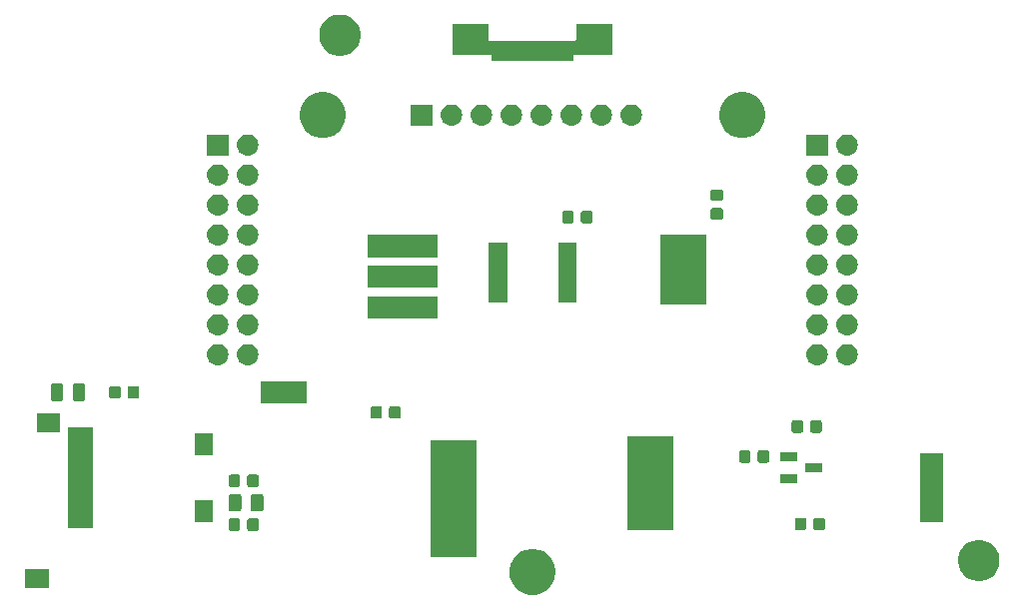
<source format=gbr>
G04 #@! TF.GenerationSoftware,KiCad,Pcbnew,(5.0.2)-1*
G04 #@! TF.CreationDate,2019-10-04T12:45:50+03:00*
G04 #@! TF.ProjectId,UI-Micro-SD,55492d4d-6963-4726-9f2d-53442e6b6963,rev?*
G04 #@! TF.SameCoordinates,Original*
G04 #@! TF.FileFunction,Soldermask,Top*
G04 #@! TF.FilePolarity,Negative*
%FSLAX46Y46*%
G04 Gerber Fmt 4.6, Leading zero omitted, Abs format (unit mm)*
G04 Created by KiCad (PCBNEW (5.0.2)-1) date 04.10.2019 12:45:50*
%MOMM*%
%LPD*%
G01*
G04 APERTURE LIST*
%ADD10C,0.100000*%
G04 APERTURE END LIST*
D10*
G36*
X119949083Y-141633975D02*
X119949085Y-141633976D01*
X119949086Y-141633976D01*
X120304145Y-141781046D01*
X120304146Y-141781047D01*
X120623693Y-141994561D01*
X120895439Y-142266307D01*
X120895441Y-142266310D01*
X121108954Y-142585855D01*
X121165446Y-142722240D01*
X121256025Y-142940917D01*
X121331000Y-143317842D01*
X121331000Y-143702158D01*
X121289819Y-143909191D01*
X121256024Y-144079086D01*
X121108954Y-144434145D01*
X121108953Y-144434146D01*
X120895439Y-144753693D01*
X120623693Y-145025439D01*
X120623690Y-145025441D01*
X120304145Y-145238954D01*
X119949086Y-145386024D01*
X119949085Y-145386024D01*
X119949083Y-145386025D01*
X119572158Y-145461000D01*
X119187842Y-145461000D01*
X118810917Y-145386025D01*
X118810915Y-145386024D01*
X118810914Y-145386024D01*
X118455855Y-145238954D01*
X118136310Y-145025441D01*
X118136307Y-145025439D01*
X117864561Y-144753693D01*
X117651047Y-144434146D01*
X117651046Y-144434145D01*
X117503976Y-144079086D01*
X117470182Y-143909191D01*
X117429000Y-143702158D01*
X117429000Y-143317842D01*
X117503975Y-142940917D01*
X117594554Y-142722240D01*
X117651046Y-142585855D01*
X117864559Y-142266310D01*
X117864561Y-142266307D01*
X118136307Y-141994561D01*
X118455854Y-141781047D01*
X118455855Y-141781046D01*
X118810914Y-141633976D01*
X118810915Y-141633976D01*
X118810917Y-141633975D01*
X119187842Y-141559000D01*
X119572158Y-141559000D01*
X119949083Y-141633975D01*
X119949083Y-141633975D01*
G37*
G36*
X78377360Y-144845520D02*
X76375360Y-144845520D01*
X76375360Y-143293520D01*
X78377360Y-143293520D01*
X78377360Y-144845520D01*
X78377360Y-144845520D01*
G37*
G36*
X157711056Y-140867131D02*
X158029536Y-140999050D01*
X158316160Y-141190566D01*
X158559914Y-141434320D01*
X158751430Y-141720944D01*
X158883349Y-142039424D01*
X158950600Y-142377520D01*
X158950600Y-142722240D01*
X158883349Y-143060336D01*
X158751430Y-143378816D01*
X158559914Y-143665440D01*
X158316160Y-143909194D01*
X158029536Y-144100710D01*
X157711056Y-144232629D01*
X157372960Y-144299880D01*
X157028240Y-144299880D01*
X156690144Y-144232629D01*
X156371664Y-144100710D01*
X156085040Y-143909194D01*
X155841286Y-143665440D01*
X155649770Y-143378816D01*
X155517851Y-143060336D01*
X155450600Y-142722240D01*
X155450600Y-142377520D01*
X155517851Y-142039424D01*
X155649770Y-141720944D01*
X155841286Y-141434320D01*
X156085040Y-141190566D01*
X156371664Y-140999050D01*
X156690144Y-140867131D01*
X157028240Y-140799880D01*
X157372960Y-140799880D01*
X157711056Y-140867131D01*
X157711056Y-140867131D01*
G37*
G36*
X114614480Y-142285000D02*
X110712480Y-142285000D01*
X110712480Y-132383000D01*
X114614480Y-132383000D01*
X114614480Y-142285000D01*
X114614480Y-142285000D01*
G37*
G36*
X96037351Y-138985045D02*
X96071329Y-138995353D01*
X96102647Y-139012093D01*
X96130099Y-139034621D01*
X96152627Y-139062073D01*
X96169367Y-139093391D01*
X96179675Y-139127369D01*
X96183760Y-139168850D01*
X96183760Y-139845070D01*
X96179675Y-139886551D01*
X96169367Y-139920529D01*
X96152627Y-139951847D01*
X96130099Y-139979299D01*
X96102647Y-140001827D01*
X96071329Y-140018567D01*
X96037351Y-140028875D01*
X95995870Y-140032960D01*
X95394650Y-140032960D01*
X95353169Y-140028875D01*
X95319191Y-140018567D01*
X95287873Y-140001827D01*
X95260421Y-139979299D01*
X95237893Y-139951847D01*
X95221153Y-139920529D01*
X95210845Y-139886551D01*
X95206760Y-139845070D01*
X95206760Y-139168850D01*
X95210845Y-139127369D01*
X95221153Y-139093391D01*
X95237893Y-139062073D01*
X95260421Y-139034621D01*
X95287873Y-139012093D01*
X95319191Y-138995353D01*
X95353169Y-138985045D01*
X95394650Y-138980960D01*
X95995870Y-138980960D01*
X96037351Y-138985045D01*
X96037351Y-138985045D01*
G37*
G36*
X94462351Y-138985045D02*
X94496329Y-138995353D01*
X94527647Y-139012093D01*
X94555099Y-139034621D01*
X94577627Y-139062073D01*
X94594367Y-139093391D01*
X94604675Y-139127369D01*
X94608760Y-139168850D01*
X94608760Y-139845070D01*
X94604675Y-139886551D01*
X94594367Y-139920529D01*
X94577627Y-139951847D01*
X94555099Y-139979299D01*
X94527647Y-140001827D01*
X94496329Y-140018567D01*
X94462351Y-140028875D01*
X94420870Y-140032960D01*
X93819650Y-140032960D01*
X93778169Y-140028875D01*
X93744191Y-140018567D01*
X93712873Y-140001827D01*
X93685421Y-139979299D01*
X93662893Y-139951847D01*
X93646153Y-139920529D01*
X93635845Y-139886551D01*
X93631760Y-139845070D01*
X93631760Y-139168850D01*
X93635845Y-139127369D01*
X93646153Y-139093391D01*
X93662893Y-139062073D01*
X93685421Y-139034621D01*
X93712873Y-139012093D01*
X93744191Y-138995353D01*
X93778169Y-138985045D01*
X93819650Y-138980960D01*
X94420870Y-138980960D01*
X94462351Y-138985045D01*
X94462351Y-138985045D01*
G37*
G36*
X142444731Y-138919005D02*
X142478709Y-138929313D01*
X142510027Y-138946053D01*
X142537479Y-138968581D01*
X142560007Y-138996033D01*
X142576747Y-139027351D01*
X142587055Y-139061329D01*
X142591140Y-139102810D01*
X142591140Y-139779030D01*
X142587055Y-139820511D01*
X142576747Y-139854489D01*
X142560007Y-139885807D01*
X142537479Y-139913259D01*
X142510027Y-139935787D01*
X142478709Y-139952527D01*
X142444731Y-139962835D01*
X142403250Y-139966920D01*
X141802030Y-139966920D01*
X141760549Y-139962835D01*
X141726571Y-139952527D01*
X141695253Y-139935787D01*
X141667801Y-139913259D01*
X141645273Y-139885807D01*
X141628533Y-139854489D01*
X141618225Y-139820511D01*
X141614140Y-139779030D01*
X141614140Y-139102810D01*
X141618225Y-139061329D01*
X141628533Y-139027351D01*
X141645273Y-138996033D01*
X141667801Y-138968581D01*
X141695253Y-138946053D01*
X141726571Y-138929313D01*
X141760549Y-138919005D01*
X141802030Y-138914920D01*
X142403250Y-138914920D01*
X142444731Y-138919005D01*
X142444731Y-138919005D01*
G37*
G36*
X144019731Y-138919005D02*
X144053709Y-138929313D01*
X144085027Y-138946053D01*
X144112479Y-138968581D01*
X144135007Y-138996033D01*
X144151747Y-139027351D01*
X144162055Y-139061329D01*
X144166140Y-139102810D01*
X144166140Y-139779030D01*
X144162055Y-139820511D01*
X144151747Y-139854489D01*
X144135007Y-139885807D01*
X144112479Y-139913259D01*
X144085027Y-139935787D01*
X144053709Y-139952527D01*
X144019731Y-139962835D01*
X143978250Y-139966920D01*
X143377030Y-139966920D01*
X143335549Y-139962835D01*
X143301571Y-139952527D01*
X143270253Y-139935787D01*
X143242801Y-139913259D01*
X143220273Y-139885807D01*
X143203533Y-139854489D01*
X143193225Y-139820511D01*
X143189140Y-139779030D01*
X143189140Y-139102810D01*
X143193225Y-139061329D01*
X143203533Y-139027351D01*
X143220273Y-138996033D01*
X143242801Y-138968581D01*
X143270253Y-138946053D01*
X143301571Y-138929313D01*
X143335549Y-138919005D01*
X143377030Y-138914920D01*
X143978250Y-138914920D01*
X144019731Y-138919005D01*
X144019731Y-138919005D01*
G37*
G36*
X131337840Y-139935000D02*
X127435840Y-139935000D01*
X127435840Y-132033000D01*
X131337840Y-132033000D01*
X131337840Y-139935000D01*
X131337840Y-139935000D01*
G37*
G36*
X82127360Y-139835520D02*
X80025360Y-139835520D01*
X80025360Y-131233520D01*
X82127360Y-131233520D01*
X82127360Y-139835520D01*
X82127360Y-139835520D01*
G37*
G36*
X92277360Y-139335520D02*
X90775360Y-139335520D01*
X90775360Y-137433520D01*
X92277360Y-137433520D01*
X92277360Y-139335520D01*
X92277360Y-139335520D01*
G37*
G36*
X154178280Y-139325880D02*
X152276280Y-139325880D01*
X152276280Y-133423880D01*
X154178280Y-133423880D01*
X154178280Y-139325880D01*
X154178280Y-139325880D01*
G37*
G36*
X94542226Y-136901245D02*
X94580897Y-136912976D01*
X94616539Y-136932028D01*
X94647777Y-136957663D01*
X94673412Y-136988901D01*
X94692464Y-137024543D01*
X94704195Y-137063214D01*
X94708760Y-137109568D01*
X94708760Y-138185792D01*
X94704195Y-138232146D01*
X94692464Y-138270817D01*
X94673412Y-138306459D01*
X94647777Y-138337697D01*
X94616539Y-138363332D01*
X94580897Y-138382384D01*
X94542226Y-138394115D01*
X94495872Y-138398680D01*
X93844648Y-138398680D01*
X93798294Y-138394115D01*
X93759623Y-138382384D01*
X93723981Y-138363332D01*
X93692743Y-138337697D01*
X93667108Y-138306459D01*
X93648056Y-138270817D01*
X93636325Y-138232146D01*
X93631760Y-138185792D01*
X93631760Y-137109568D01*
X93636325Y-137063214D01*
X93648056Y-137024543D01*
X93667108Y-136988901D01*
X93692743Y-136957663D01*
X93723981Y-136932028D01*
X93759623Y-136912976D01*
X93798294Y-136901245D01*
X93844648Y-136896680D01*
X94495872Y-136896680D01*
X94542226Y-136901245D01*
X94542226Y-136901245D01*
G37*
G36*
X96417226Y-136901245D02*
X96455897Y-136912976D01*
X96491539Y-136932028D01*
X96522777Y-136957663D01*
X96548412Y-136988901D01*
X96567464Y-137024543D01*
X96579195Y-137063214D01*
X96583760Y-137109568D01*
X96583760Y-138185792D01*
X96579195Y-138232146D01*
X96567464Y-138270817D01*
X96548412Y-138306459D01*
X96522777Y-138337697D01*
X96491539Y-138363332D01*
X96455897Y-138382384D01*
X96417226Y-138394115D01*
X96370872Y-138398680D01*
X95719648Y-138398680D01*
X95673294Y-138394115D01*
X95634623Y-138382384D01*
X95598981Y-138363332D01*
X95567743Y-138337697D01*
X95542108Y-138306459D01*
X95523056Y-138270817D01*
X95511325Y-138232146D01*
X95506760Y-138185792D01*
X95506760Y-137109568D01*
X95511325Y-137063214D01*
X95523056Y-137024543D01*
X95542108Y-136988901D01*
X95567743Y-136957663D01*
X95598981Y-136932028D01*
X95634623Y-136912976D01*
X95673294Y-136901245D01*
X95719648Y-136896680D01*
X96370872Y-136896680D01*
X96417226Y-136901245D01*
X96417226Y-136901245D01*
G37*
G36*
X96037351Y-135266485D02*
X96071329Y-135276793D01*
X96102647Y-135293533D01*
X96130099Y-135316061D01*
X96152627Y-135343513D01*
X96169367Y-135374831D01*
X96179675Y-135408809D01*
X96183760Y-135450290D01*
X96183760Y-136126510D01*
X96179675Y-136167991D01*
X96169367Y-136201969D01*
X96152627Y-136233287D01*
X96130099Y-136260739D01*
X96102647Y-136283267D01*
X96071329Y-136300007D01*
X96037351Y-136310315D01*
X95995870Y-136314400D01*
X95394650Y-136314400D01*
X95353169Y-136310315D01*
X95319191Y-136300007D01*
X95287873Y-136283267D01*
X95260421Y-136260739D01*
X95237893Y-136233287D01*
X95221153Y-136201969D01*
X95210845Y-136167991D01*
X95206760Y-136126510D01*
X95206760Y-135450290D01*
X95210845Y-135408809D01*
X95221153Y-135374831D01*
X95237893Y-135343513D01*
X95260421Y-135316061D01*
X95287873Y-135293533D01*
X95319191Y-135276793D01*
X95353169Y-135266485D01*
X95394650Y-135262400D01*
X95995870Y-135262400D01*
X96037351Y-135266485D01*
X96037351Y-135266485D01*
G37*
G36*
X94462351Y-135266485D02*
X94496329Y-135276793D01*
X94527647Y-135293533D01*
X94555099Y-135316061D01*
X94577627Y-135343513D01*
X94594367Y-135374831D01*
X94604675Y-135408809D01*
X94608760Y-135450290D01*
X94608760Y-136126510D01*
X94604675Y-136167991D01*
X94594367Y-136201969D01*
X94577627Y-136233287D01*
X94555099Y-136260739D01*
X94527647Y-136283267D01*
X94496329Y-136300007D01*
X94462351Y-136310315D01*
X94420870Y-136314400D01*
X93819650Y-136314400D01*
X93778169Y-136310315D01*
X93744191Y-136300007D01*
X93712873Y-136283267D01*
X93685421Y-136260739D01*
X93662893Y-136233287D01*
X93646153Y-136201969D01*
X93635845Y-136167991D01*
X93631760Y-136126510D01*
X93631760Y-135450290D01*
X93635845Y-135408809D01*
X93646153Y-135374831D01*
X93662893Y-135343513D01*
X93685421Y-135316061D01*
X93712873Y-135293533D01*
X93744191Y-135276793D01*
X93778169Y-135266485D01*
X93819650Y-135262400D01*
X94420870Y-135262400D01*
X94462351Y-135266485D01*
X94462351Y-135266485D01*
G37*
G36*
X141846500Y-136003500D02*
X140406500Y-136003500D01*
X140406500Y-135263500D01*
X141846500Y-135263500D01*
X141846500Y-136003500D01*
X141846500Y-136003500D01*
G37*
G36*
X143946500Y-135053500D02*
X142506500Y-135053500D01*
X142506500Y-134313500D01*
X143946500Y-134313500D01*
X143946500Y-135053500D01*
X143946500Y-135053500D01*
G37*
G36*
X139305591Y-133209085D02*
X139339569Y-133219393D01*
X139370887Y-133236133D01*
X139398339Y-133258661D01*
X139420867Y-133286113D01*
X139437607Y-133317431D01*
X139447915Y-133351409D01*
X139452000Y-133392890D01*
X139452000Y-134069110D01*
X139447915Y-134110591D01*
X139437607Y-134144569D01*
X139420867Y-134175887D01*
X139398339Y-134203339D01*
X139370887Y-134225867D01*
X139339569Y-134242607D01*
X139305591Y-134252915D01*
X139264110Y-134257000D01*
X138662890Y-134257000D01*
X138621409Y-134252915D01*
X138587431Y-134242607D01*
X138556113Y-134225867D01*
X138528661Y-134203339D01*
X138506133Y-134175887D01*
X138489393Y-134144569D01*
X138479085Y-134110591D01*
X138475000Y-134069110D01*
X138475000Y-133392890D01*
X138479085Y-133351409D01*
X138489393Y-133317431D01*
X138506133Y-133286113D01*
X138528661Y-133258661D01*
X138556113Y-133236133D01*
X138587431Y-133219393D01*
X138621409Y-133209085D01*
X138662890Y-133205000D01*
X139264110Y-133205000D01*
X139305591Y-133209085D01*
X139305591Y-133209085D01*
G37*
G36*
X137730591Y-133209085D02*
X137764569Y-133219393D01*
X137795887Y-133236133D01*
X137823339Y-133258661D01*
X137845867Y-133286113D01*
X137862607Y-133317431D01*
X137872915Y-133351409D01*
X137877000Y-133392890D01*
X137877000Y-134069110D01*
X137872915Y-134110591D01*
X137862607Y-134144569D01*
X137845867Y-134175887D01*
X137823339Y-134203339D01*
X137795887Y-134225867D01*
X137764569Y-134242607D01*
X137730591Y-134252915D01*
X137689110Y-134257000D01*
X137087890Y-134257000D01*
X137046409Y-134252915D01*
X137012431Y-134242607D01*
X136981113Y-134225867D01*
X136953661Y-134203339D01*
X136931133Y-134175887D01*
X136914393Y-134144569D01*
X136904085Y-134110591D01*
X136900000Y-134069110D01*
X136900000Y-133392890D01*
X136904085Y-133351409D01*
X136914393Y-133317431D01*
X136931133Y-133286113D01*
X136953661Y-133258661D01*
X136981113Y-133236133D01*
X137012431Y-133219393D01*
X137046409Y-133209085D01*
X137087890Y-133205000D01*
X137689110Y-133205000D01*
X137730591Y-133209085D01*
X137730591Y-133209085D01*
G37*
G36*
X141846500Y-134103500D02*
X140406500Y-134103500D01*
X140406500Y-133363500D01*
X141846500Y-133363500D01*
X141846500Y-134103500D01*
X141846500Y-134103500D01*
G37*
G36*
X92277360Y-133635520D02*
X90775360Y-133635520D01*
X90775360Y-131733520D01*
X92277360Y-131733520D01*
X92277360Y-133635520D01*
X92277360Y-133635520D01*
G37*
G36*
X143750591Y-130669085D02*
X143784569Y-130679393D01*
X143815887Y-130696133D01*
X143843339Y-130718661D01*
X143865867Y-130746113D01*
X143882607Y-130777431D01*
X143892915Y-130811409D01*
X143897000Y-130852890D01*
X143897000Y-131529110D01*
X143892915Y-131570591D01*
X143882607Y-131604569D01*
X143865867Y-131635887D01*
X143843339Y-131663339D01*
X143815887Y-131685867D01*
X143784569Y-131702607D01*
X143750591Y-131712915D01*
X143709110Y-131717000D01*
X143107890Y-131717000D01*
X143066409Y-131712915D01*
X143032431Y-131702607D01*
X143001113Y-131685867D01*
X142973661Y-131663339D01*
X142951133Y-131635887D01*
X142934393Y-131604569D01*
X142924085Y-131570591D01*
X142920000Y-131529110D01*
X142920000Y-130852890D01*
X142924085Y-130811409D01*
X142934393Y-130777431D01*
X142951133Y-130746113D01*
X142973661Y-130718661D01*
X143001113Y-130696133D01*
X143032431Y-130679393D01*
X143066409Y-130669085D01*
X143107890Y-130665000D01*
X143709110Y-130665000D01*
X143750591Y-130669085D01*
X143750591Y-130669085D01*
G37*
G36*
X142175591Y-130669085D02*
X142209569Y-130679393D01*
X142240887Y-130696133D01*
X142268339Y-130718661D01*
X142290867Y-130746113D01*
X142307607Y-130777431D01*
X142317915Y-130811409D01*
X142322000Y-130852890D01*
X142322000Y-131529110D01*
X142317915Y-131570591D01*
X142307607Y-131604569D01*
X142290867Y-131635887D01*
X142268339Y-131663339D01*
X142240887Y-131685867D01*
X142209569Y-131702607D01*
X142175591Y-131712915D01*
X142134110Y-131717000D01*
X141532890Y-131717000D01*
X141491409Y-131712915D01*
X141457431Y-131702607D01*
X141426113Y-131685867D01*
X141398661Y-131663339D01*
X141376133Y-131635887D01*
X141359393Y-131604569D01*
X141349085Y-131570591D01*
X141345000Y-131529110D01*
X141345000Y-130852890D01*
X141349085Y-130811409D01*
X141359393Y-130777431D01*
X141376133Y-130746113D01*
X141398661Y-130718661D01*
X141426113Y-130696133D01*
X141457431Y-130679393D01*
X141491409Y-130669085D01*
X141532890Y-130665000D01*
X142134110Y-130665000D01*
X142175591Y-130669085D01*
X142175591Y-130669085D01*
G37*
G36*
X79377360Y-131645520D02*
X77375360Y-131645520D01*
X77375360Y-130093520D01*
X79377360Y-130093520D01*
X79377360Y-131645520D01*
X79377360Y-131645520D01*
G37*
G36*
X108063591Y-129462585D02*
X108097569Y-129472893D01*
X108128887Y-129489633D01*
X108156339Y-129512161D01*
X108178867Y-129539613D01*
X108195607Y-129570931D01*
X108205915Y-129604909D01*
X108210000Y-129646390D01*
X108210000Y-130322610D01*
X108205915Y-130364091D01*
X108195607Y-130398069D01*
X108178867Y-130429387D01*
X108156339Y-130456839D01*
X108128887Y-130479367D01*
X108097569Y-130496107D01*
X108063591Y-130506415D01*
X108022110Y-130510500D01*
X107420890Y-130510500D01*
X107379409Y-130506415D01*
X107345431Y-130496107D01*
X107314113Y-130479367D01*
X107286661Y-130456839D01*
X107264133Y-130429387D01*
X107247393Y-130398069D01*
X107237085Y-130364091D01*
X107233000Y-130322610D01*
X107233000Y-129646390D01*
X107237085Y-129604909D01*
X107247393Y-129570931D01*
X107264133Y-129539613D01*
X107286661Y-129512161D01*
X107314113Y-129489633D01*
X107345431Y-129472893D01*
X107379409Y-129462585D01*
X107420890Y-129458500D01*
X108022110Y-129458500D01*
X108063591Y-129462585D01*
X108063591Y-129462585D01*
G37*
G36*
X106488591Y-129462585D02*
X106522569Y-129472893D01*
X106553887Y-129489633D01*
X106581339Y-129512161D01*
X106603867Y-129539613D01*
X106620607Y-129570931D01*
X106630915Y-129604909D01*
X106635000Y-129646390D01*
X106635000Y-130322610D01*
X106630915Y-130364091D01*
X106620607Y-130398069D01*
X106603867Y-130429387D01*
X106581339Y-130456839D01*
X106553887Y-130479367D01*
X106522569Y-130496107D01*
X106488591Y-130506415D01*
X106447110Y-130510500D01*
X105845890Y-130510500D01*
X105804409Y-130506415D01*
X105770431Y-130496107D01*
X105739113Y-130479367D01*
X105711661Y-130456839D01*
X105689133Y-130429387D01*
X105672393Y-130398069D01*
X105662085Y-130364091D01*
X105658000Y-130322610D01*
X105658000Y-129646390D01*
X105662085Y-129604909D01*
X105672393Y-129570931D01*
X105689133Y-129539613D01*
X105711661Y-129512161D01*
X105739113Y-129489633D01*
X105770431Y-129472893D01*
X105804409Y-129462585D01*
X105845890Y-129458500D01*
X106447110Y-129458500D01*
X106488591Y-129462585D01*
X106488591Y-129462585D01*
G37*
G36*
X100255600Y-129257320D02*
X96353600Y-129257320D01*
X96353600Y-127355320D01*
X100255600Y-127355320D01*
X100255600Y-129257320D01*
X100255600Y-129257320D01*
G37*
G36*
X79444466Y-127523565D02*
X79483137Y-127535296D01*
X79518779Y-127554348D01*
X79550017Y-127579983D01*
X79575652Y-127611221D01*
X79594704Y-127646863D01*
X79606435Y-127685534D01*
X79611000Y-127731888D01*
X79611000Y-128808112D01*
X79606435Y-128854466D01*
X79594704Y-128893137D01*
X79575652Y-128928779D01*
X79550017Y-128960017D01*
X79518779Y-128985652D01*
X79483137Y-129004704D01*
X79444466Y-129016435D01*
X79398112Y-129021000D01*
X78746888Y-129021000D01*
X78700534Y-129016435D01*
X78661863Y-129004704D01*
X78626221Y-128985652D01*
X78594983Y-128960017D01*
X78569348Y-128928779D01*
X78550296Y-128893137D01*
X78538565Y-128854466D01*
X78534000Y-128808112D01*
X78534000Y-127731888D01*
X78538565Y-127685534D01*
X78550296Y-127646863D01*
X78569348Y-127611221D01*
X78594983Y-127579983D01*
X78626221Y-127554348D01*
X78661863Y-127535296D01*
X78700534Y-127523565D01*
X78746888Y-127519000D01*
X79398112Y-127519000D01*
X79444466Y-127523565D01*
X79444466Y-127523565D01*
G37*
G36*
X81319466Y-127523565D02*
X81358137Y-127535296D01*
X81393779Y-127554348D01*
X81425017Y-127579983D01*
X81450652Y-127611221D01*
X81469704Y-127646863D01*
X81481435Y-127685534D01*
X81486000Y-127731888D01*
X81486000Y-128808112D01*
X81481435Y-128854466D01*
X81469704Y-128893137D01*
X81450652Y-128928779D01*
X81425017Y-128960017D01*
X81393779Y-128985652D01*
X81358137Y-129004704D01*
X81319466Y-129016435D01*
X81273112Y-129021000D01*
X80621888Y-129021000D01*
X80575534Y-129016435D01*
X80536863Y-129004704D01*
X80501221Y-128985652D01*
X80469983Y-128960017D01*
X80444348Y-128928779D01*
X80425296Y-128893137D01*
X80413565Y-128854466D01*
X80409000Y-128808112D01*
X80409000Y-127731888D01*
X80413565Y-127685534D01*
X80425296Y-127646863D01*
X80444348Y-127611221D01*
X80469983Y-127579983D01*
X80501221Y-127554348D01*
X80536863Y-127535296D01*
X80575534Y-127523565D01*
X80621888Y-127519000D01*
X81273112Y-127519000D01*
X81319466Y-127523565D01*
X81319466Y-127523565D01*
G37*
G36*
X85902091Y-127748085D02*
X85936069Y-127758393D01*
X85967387Y-127775133D01*
X85994839Y-127797661D01*
X86017367Y-127825113D01*
X86034107Y-127856431D01*
X86044415Y-127890409D01*
X86048500Y-127931890D01*
X86048500Y-128608110D01*
X86044415Y-128649591D01*
X86034107Y-128683569D01*
X86017367Y-128714887D01*
X85994839Y-128742339D01*
X85967387Y-128764867D01*
X85936069Y-128781607D01*
X85902091Y-128791915D01*
X85860610Y-128796000D01*
X85259390Y-128796000D01*
X85217909Y-128791915D01*
X85183931Y-128781607D01*
X85152613Y-128764867D01*
X85125161Y-128742339D01*
X85102633Y-128714887D01*
X85085893Y-128683569D01*
X85075585Y-128649591D01*
X85071500Y-128608110D01*
X85071500Y-127931890D01*
X85075585Y-127890409D01*
X85085893Y-127856431D01*
X85102633Y-127825113D01*
X85125161Y-127797661D01*
X85152613Y-127775133D01*
X85183931Y-127758393D01*
X85217909Y-127748085D01*
X85259390Y-127744000D01*
X85860610Y-127744000D01*
X85902091Y-127748085D01*
X85902091Y-127748085D01*
G37*
G36*
X84327091Y-127748085D02*
X84361069Y-127758393D01*
X84392387Y-127775133D01*
X84419839Y-127797661D01*
X84442367Y-127825113D01*
X84459107Y-127856431D01*
X84469415Y-127890409D01*
X84473500Y-127931890D01*
X84473500Y-128608110D01*
X84469415Y-128649591D01*
X84459107Y-128683569D01*
X84442367Y-128714887D01*
X84419839Y-128742339D01*
X84392387Y-128764867D01*
X84361069Y-128781607D01*
X84327091Y-128791915D01*
X84285610Y-128796000D01*
X83684390Y-128796000D01*
X83642909Y-128791915D01*
X83608931Y-128781607D01*
X83577613Y-128764867D01*
X83550161Y-128742339D01*
X83527633Y-128714887D01*
X83510893Y-128683569D01*
X83500585Y-128649591D01*
X83496500Y-128608110D01*
X83496500Y-127931890D01*
X83500585Y-127890409D01*
X83510893Y-127856431D01*
X83527633Y-127825113D01*
X83550161Y-127797661D01*
X83577613Y-127775133D01*
X83608931Y-127758393D01*
X83642909Y-127748085D01*
X83684390Y-127744000D01*
X84285610Y-127744000D01*
X84327091Y-127748085D01*
X84327091Y-127748085D01*
G37*
G36*
X95360442Y-124200518D02*
X95426627Y-124207037D01*
X95539853Y-124241384D01*
X95596467Y-124258557D01*
X95735087Y-124332652D01*
X95752991Y-124342222D01*
X95788729Y-124371552D01*
X95890186Y-124454814D01*
X95973448Y-124556271D01*
X96002778Y-124592009D01*
X96002779Y-124592011D01*
X96086443Y-124748533D01*
X96086443Y-124748534D01*
X96137963Y-124918373D01*
X96155359Y-125095000D01*
X96137963Y-125271627D01*
X96103616Y-125384853D01*
X96086443Y-125441467D01*
X96012348Y-125580087D01*
X96002778Y-125597991D01*
X95973448Y-125633729D01*
X95890186Y-125735186D01*
X95788729Y-125818448D01*
X95752991Y-125847778D01*
X95752989Y-125847779D01*
X95596467Y-125931443D01*
X95539853Y-125948616D01*
X95426627Y-125982963D01*
X95360442Y-125989482D01*
X95294260Y-125996000D01*
X95205740Y-125996000D01*
X95139558Y-125989482D01*
X95073373Y-125982963D01*
X94960147Y-125948616D01*
X94903533Y-125931443D01*
X94747011Y-125847779D01*
X94747009Y-125847778D01*
X94711271Y-125818448D01*
X94609814Y-125735186D01*
X94526552Y-125633729D01*
X94497222Y-125597991D01*
X94487652Y-125580087D01*
X94413557Y-125441467D01*
X94396384Y-125384853D01*
X94362037Y-125271627D01*
X94344641Y-125095000D01*
X94362037Y-124918373D01*
X94413557Y-124748534D01*
X94413557Y-124748533D01*
X94497221Y-124592011D01*
X94497222Y-124592009D01*
X94526552Y-124556271D01*
X94609814Y-124454814D01*
X94711271Y-124371552D01*
X94747009Y-124342222D01*
X94764913Y-124332652D01*
X94903533Y-124258557D01*
X94960147Y-124241384D01*
X95073373Y-124207037D01*
X95139558Y-124200518D01*
X95205740Y-124194000D01*
X95294260Y-124194000D01*
X95360442Y-124200518D01*
X95360442Y-124200518D01*
G37*
G36*
X146160442Y-124200518D02*
X146226627Y-124207037D01*
X146339853Y-124241384D01*
X146396467Y-124258557D01*
X146535087Y-124332652D01*
X146552991Y-124342222D01*
X146588729Y-124371552D01*
X146690186Y-124454814D01*
X146773448Y-124556271D01*
X146802778Y-124592009D01*
X146802779Y-124592011D01*
X146886443Y-124748533D01*
X146886443Y-124748534D01*
X146937963Y-124918373D01*
X146955359Y-125095000D01*
X146937963Y-125271627D01*
X146903616Y-125384853D01*
X146886443Y-125441467D01*
X146812348Y-125580087D01*
X146802778Y-125597991D01*
X146773448Y-125633729D01*
X146690186Y-125735186D01*
X146588729Y-125818448D01*
X146552991Y-125847778D01*
X146552989Y-125847779D01*
X146396467Y-125931443D01*
X146339853Y-125948616D01*
X146226627Y-125982963D01*
X146160442Y-125989482D01*
X146094260Y-125996000D01*
X146005740Y-125996000D01*
X145939558Y-125989482D01*
X145873373Y-125982963D01*
X145760147Y-125948616D01*
X145703533Y-125931443D01*
X145547011Y-125847779D01*
X145547009Y-125847778D01*
X145511271Y-125818448D01*
X145409814Y-125735186D01*
X145326552Y-125633729D01*
X145297222Y-125597991D01*
X145287652Y-125580087D01*
X145213557Y-125441467D01*
X145196384Y-125384853D01*
X145162037Y-125271627D01*
X145144641Y-125095000D01*
X145162037Y-124918373D01*
X145213557Y-124748534D01*
X145213557Y-124748533D01*
X145297221Y-124592011D01*
X145297222Y-124592009D01*
X145326552Y-124556271D01*
X145409814Y-124454814D01*
X145511271Y-124371552D01*
X145547009Y-124342222D01*
X145564913Y-124332652D01*
X145703533Y-124258557D01*
X145760147Y-124241384D01*
X145873373Y-124207037D01*
X145939558Y-124200518D01*
X146005740Y-124194000D01*
X146094260Y-124194000D01*
X146160442Y-124200518D01*
X146160442Y-124200518D01*
G37*
G36*
X143620442Y-124200518D02*
X143686627Y-124207037D01*
X143799853Y-124241384D01*
X143856467Y-124258557D01*
X143995087Y-124332652D01*
X144012991Y-124342222D01*
X144048729Y-124371552D01*
X144150186Y-124454814D01*
X144233448Y-124556271D01*
X144262778Y-124592009D01*
X144262779Y-124592011D01*
X144346443Y-124748533D01*
X144346443Y-124748534D01*
X144397963Y-124918373D01*
X144415359Y-125095000D01*
X144397963Y-125271627D01*
X144363616Y-125384853D01*
X144346443Y-125441467D01*
X144272348Y-125580087D01*
X144262778Y-125597991D01*
X144233448Y-125633729D01*
X144150186Y-125735186D01*
X144048729Y-125818448D01*
X144012991Y-125847778D01*
X144012989Y-125847779D01*
X143856467Y-125931443D01*
X143799853Y-125948616D01*
X143686627Y-125982963D01*
X143620442Y-125989482D01*
X143554260Y-125996000D01*
X143465740Y-125996000D01*
X143399558Y-125989482D01*
X143333373Y-125982963D01*
X143220147Y-125948616D01*
X143163533Y-125931443D01*
X143007011Y-125847779D01*
X143007009Y-125847778D01*
X142971271Y-125818448D01*
X142869814Y-125735186D01*
X142786552Y-125633729D01*
X142757222Y-125597991D01*
X142747652Y-125580087D01*
X142673557Y-125441467D01*
X142656384Y-125384853D01*
X142622037Y-125271627D01*
X142604641Y-125095000D01*
X142622037Y-124918373D01*
X142673557Y-124748534D01*
X142673557Y-124748533D01*
X142757221Y-124592011D01*
X142757222Y-124592009D01*
X142786552Y-124556271D01*
X142869814Y-124454814D01*
X142971271Y-124371552D01*
X143007009Y-124342222D01*
X143024913Y-124332652D01*
X143163533Y-124258557D01*
X143220147Y-124241384D01*
X143333373Y-124207037D01*
X143399558Y-124200518D01*
X143465740Y-124194000D01*
X143554260Y-124194000D01*
X143620442Y-124200518D01*
X143620442Y-124200518D01*
G37*
G36*
X92820442Y-124200518D02*
X92886627Y-124207037D01*
X92999853Y-124241384D01*
X93056467Y-124258557D01*
X93195087Y-124332652D01*
X93212991Y-124342222D01*
X93248729Y-124371552D01*
X93350186Y-124454814D01*
X93433448Y-124556271D01*
X93462778Y-124592009D01*
X93462779Y-124592011D01*
X93546443Y-124748533D01*
X93546443Y-124748534D01*
X93597963Y-124918373D01*
X93615359Y-125095000D01*
X93597963Y-125271627D01*
X93563616Y-125384853D01*
X93546443Y-125441467D01*
X93472348Y-125580087D01*
X93462778Y-125597991D01*
X93433448Y-125633729D01*
X93350186Y-125735186D01*
X93248729Y-125818448D01*
X93212991Y-125847778D01*
X93212989Y-125847779D01*
X93056467Y-125931443D01*
X92999853Y-125948616D01*
X92886627Y-125982963D01*
X92820442Y-125989482D01*
X92754260Y-125996000D01*
X92665740Y-125996000D01*
X92599558Y-125989482D01*
X92533373Y-125982963D01*
X92420147Y-125948616D01*
X92363533Y-125931443D01*
X92207011Y-125847779D01*
X92207009Y-125847778D01*
X92171271Y-125818448D01*
X92069814Y-125735186D01*
X91986552Y-125633729D01*
X91957222Y-125597991D01*
X91947652Y-125580087D01*
X91873557Y-125441467D01*
X91856384Y-125384853D01*
X91822037Y-125271627D01*
X91804641Y-125095000D01*
X91822037Y-124918373D01*
X91873557Y-124748534D01*
X91873557Y-124748533D01*
X91957221Y-124592011D01*
X91957222Y-124592009D01*
X91986552Y-124556271D01*
X92069814Y-124454814D01*
X92171271Y-124371552D01*
X92207009Y-124342222D01*
X92224913Y-124332652D01*
X92363533Y-124258557D01*
X92420147Y-124241384D01*
X92533373Y-124207037D01*
X92599558Y-124200518D01*
X92665740Y-124194000D01*
X92754260Y-124194000D01*
X92820442Y-124200518D01*
X92820442Y-124200518D01*
G37*
G36*
X143620442Y-121660518D02*
X143686627Y-121667037D01*
X143799853Y-121701384D01*
X143856467Y-121718557D01*
X143995087Y-121792652D01*
X144012991Y-121802222D01*
X144048729Y-121831552D01*
X144150186Y-121914814D01*
X144233448Y-122016271D01*
X144262778Y-122052009D01*
X144262779Y-122052011D01*
X144346443Y-122208533D01*
X144346443Y-122208534D01*
X144397963Y-122378373D01*
X144415359Y-122555000D01*
X144397963Y-122731627D01*
X144363616Y-122844853D01*
X144346443Y-122901467D01*
X144272348Y-123040087D01*
X144262778Y-123057991D01*
X144233448Y-123093729D01*
X144150186Y-123195186D01*
X144048729Y-123278448D01*
X144012991Y-123307778D01*
X144012989Y-123307779D01*
X143856467Y-123391443D01*
X143799853Y-123408616D01*
X143686627Y-123442963D01*
X143620442Y-123449482D01*
X143554260Y-123456000D01*
X143465740Y-123456000D01*
X143399558Y-123449482D01*
X143333373Y-123442963D01*
X143220147Y-123408616D01*
X143163533Y-123391443D01*
X143007011Y-123307779D01*
X143007009Y-123307778D01*
X142971271Y-123278448D01*
X142869814Y-123195186D01*
X142786552Y-123093729D01*
X142757222Y-123057991D01*
X142747652Y-123040087D01*
X142673557Y-122901467D01*
X142656384Y-122844853D01*
X142622037Y-122731627D01*
X142604641Y-122555000D01*
X142622037Y-122378373D01*
X142673557Y-122208534D01*
X142673557Y-122208533D01*
X142757221Y-122052011D01*
X142757222Y-122052009D01*
X142786552Y-122016271D01*
X142869814Y-121914814D01*
X142971271Y-121831552D01*
X143007009Y-121802222D01*
X143024913Y-121792652D01*
X143163533Y-121718557D01*
X143220147Y-121701384D01*
X143333373Y-121667037D01*
X143399558Y-121660518D01*
X143465740Y-121654000D01*
X143554260Y-121654000D01*
X143620442Y-121660518D01*
X143620442Y-121660518D01*
G37*
G36*
X95360442Y-121660518D02*
X95426627Y-121667037D01*
X95539853Y-121701384D01*
X95596467Y-121718557D01*
X95735087Y-121792652D01*
X95752991Y-121802222D01*
X95788729Y-121831552D01*
X95890186Y-121914814D01*
X95973448Y-122016271D01*
X96002778Y-122052009D01*
X96002779Y-122052011D01*
X96086443Y-122208533D01*
X96086443Y-122208534D01*
X96137963Y-122378373D01*
X96155359Y-122555000D01*
X96137963Y-122731627D01*
X96103616Y-122844853D01*
X96086443Y-122901467D01*
X96012348Y-123040087D01*
X96002778Y-123057991D01*
X95973448Y-123093729D01*
X95890186Y-123195186D01*
X95788729Y-123278448D01*
X95752991Y-123307778D01*
X95752989Y-123307779D01*
X95596467Y-123391443D01*
X95539853Y-123408616D01*
X95426627Y-123442963D01*
X95360442Y-123449482D01*
X95294260Y-123456000D01*
X95205740Y-123456000D01*
X95139558Y-123449482D01*
X95073373Y-123442963D01*
X94960147Y-123408616D01*
X94903533Y-123391443D01*
X94747011Y-123307779D01*
X94747009Y-123307778D01*
X94711271Y-123278448D01*
X94609814Y-123195186D01*
X94526552Y-123093729D01*
X94497222Y-123057991D01*
X94487652Y-123040087D01*
X94413557Y-122901467D01*
X94396384Y-122844853D01*
X94362037Y-122731627D01*
X94344641Y-122555000D01*
X94362037Y-122378373D01*
X94413557Y-122208534D01*
X94413557Y-122208533D01*
X94497221Y-122052011D01*
X94497222Y-122052009D01*
X94526552Y-122016271D01*
X94609814Y-121914814D01*
X94711271Y-121831552D01*
X94747009Y-121802222D01*
X94764913Y-121792652D01*
X94903533Y-121718557D01*
X94960147Y-121701384D01*
X95073373Y-121667037D01*
X95139558Y-121660518D01*
X95205740Y-121654000D01*
X95294260Y-121654000D01*
X95360442Y-121660518D01*
X95360442Y-121660518D01*
G37*
G36*
X92820442Y-121660518D02*
X92886627Y-121667037D01*
X92999853Y-121701384D01*
X93056467Y-121718557D01*
X93195087Y-121792652D01*
X93212991Y-121802222D01*
X93248729Y-121831552D01*
X93350186Y-121914814D01*
X93433448Y-122016271D01*
X93462778Y-122052009D01*
X93462779Y-122052011D01*
X93546443Y-122208533D01*
X93546443Y-122208534D01*
X93597963Y-122378373D01*
X93615359Y-122555000D01*
X93597963Y-122731627D01*
X93563616Y-122844853D01*
X93546443Y-122901467D01*
X93472348Y-123040087D01*
X93462778Y-123057991D01*
X93433448Y-123093729D01*
X93350186Y-123195186D01*
X93248729Y-123278448D01*
X93212991Y-123307778D01*
X93212989Y-123307779D01*
X93056467Y-123391443D01*
X92999853Y-123408616D01*
X92886627Y-123442963D01*
X92820442Y-123449482D01*
X92754260Y-123456000D01*
X92665740Y-123456000D01*
X92599558Y-123449482D01*
X92533373Y-123442963D01*
X92420147Y-123408616D01*
X92363533Y-123391443D01*
X92207011Y-123307779D01*
X92207009Y-123307778D01*
X92171271Y-123278448D01*
X92069814Y-123195186D01*
X91986552Y-123093729D01*
X91957222Y-123057991D01*
X91947652Y-123040087D01*
X91873557Y-122901467D01*
X91856384Y-122844853D01*
X91822037Y-122731627D01*
X91804641Y-122555000D01*
X91822037Y-122378373D01*
X91873557Y-122208534D01*
X91873557Y-122208533D01*
X91957221Y-122052011D01*
X91957222Y-122052009D01*
X91986552Y-122016271D01*
X92069814Y-121914814D01*
X92171271Y-121831552D01*
X92207009Y-121802222D01*
X92224913Y-121792652D01*
X92363533Y-121718557D01*
X92420147Y-121701384D01*
X92533373Y-121667037D01*
X92599558Y-121660518D01*
X92665740Y-121654000D01*
X92754260Y-121654000D01*
X92820442Y-121660518D01*
X92820442Y-121660518D01*
G37*
G36*
X146160442Y-121660518D02*
X146226627Y-121667037D01*
X146339853Y-121701384D01*
X146396467Y-121718557D01*
X146535087Y-121792652D01*
X146552991Y-121802222D01*
X146588729Y-121831552D01*
X146690186Y-121914814D01*
X146773448Y-122016271D01*
X146802778Y-122052009D01*
X146802779Y-122052011D01*
X146886443Y-122208533D01*
X146886443Y-122208534D01*
X146937963Y-122378373D01*
X146955359Y-122555000D01*
X146937963Y-122731627D01*
X146903616Y-122844853D01*
X146886443Y-122901467D01*
X146812348Y-123040087D01*
X146802778Y-123057991D01*
X146773448Y-123093729D01*
X146690186Y-123195186D01*
X146588729Y-123278448D01*
X146552991Y-123307778D01*
X146552989Y-123307779D01*
X146396467Y-123391443D01*
X146339853Y-123408616D01*
X146226627Y-123442963D01*
X146160442Y-123449482D01*
X146094260Y-123456000D01*
X146005740Y-123456000D01*
X145939558Y-123449482D01*
X145873373Y-123442963D01*
X145760147Y-123408616D01*
X145703533Y-123391443D01*
X145547011Y-123307779D01*
X145547009Y-123307778D01*
X145511271Y-123278448D01*
X145409814Y-123195186D01*
X145326552Y-123093729D01*
X145297222Y-123057991D01*
X145287652Y-123040087D01*
X145213557Y-122901467D01*
X145196384Y-122844853D01*
X145162037Y-122731627D01*
X145144641Y-122555000D01*
X145162037Y-122378373D01*
X145213557Y-122208534D01*
X145213557Y-122208533D01*
X145297221Y-122052011D01*
X145297222Y-122052009D01*
X145326552Y-122016271D01*
X145409814Y-121914814D01*
X145511271Y-121831552D01*
X145547009Y-121802222D01*
X145564913Y-121792652D01*
X145703533Y-121718557D01*
X145760147Y-121701384D01*
X145873373Y-121667037D01*
X145939558Y-121660518D01*
X146005740Y-121654000D01*
X146094260Y-121654000D01*
X146160442Y-121660518D01*
X146160442Y-121660518D01*
G37*
G36*
X111345760Y-122035200D02*
X105443760Y-122035200D01*
X105443760Y-120133200D01*
X111345760Y-120133200D01*
X111345760Y-122035200D01*
X111345760Y-122035200D01*
G37*
G36*
X143620443Y-119120519D02*
X143686627Y-119127037D01*
X143799853Y-119161384D01*
X143856467Y-119178557D01*
X143995087Y-119252652D01*
X144012991Y-119262222D01*
X144048729Y-119291552D01*
X144150186Y-119374814D01*
X144218454Y-119458000D01*
X144262778Y-119512009D01*
X144262779Y-119512011D01*
X144346443Y-119668533D01*
X144346443Y-119668534D01*
X144397963Y-119838373D01*
X144415359Y-120015000D01*
X144397963Y-120191627D01*
X144363616Y-120304853D01*
X144346443Y-120361467D01*
X144272348Y-120500087D01*
X144262778Y-120517991D01*
X144233448Y-120553729D01*
X144150186Y-120655186D01*
X144048729Y-120738448D01*
X144012991Y-120767778D01*
X144012989Y-120767779D01*
X143856467Y-120851443D01*
X143799853Y-120868616D01*
X143686627Y-120902963D01*
X143620442Y-120909482D01*
X143554260Y-120916000D01*
X143465740Y-120916000D01*
X143399558Y-120909482D01*
X143333373Y-120902963D01*
X143220147Y-120868616D01*
X143163533Y-120851443D01*
X143007011Y-120767779D01*
X143007009Y-120767778D01*
X142971271Y-120738448D01*
X142869814Y-120655186D01*
X142786552Y-120553729D01*
X142757222Y-120517991D01*
X142747652Y-120500087D01*
X142673557Y-120361467D01*
X142656384Y-120304853D01*
X142622037Y-120191627D01*
X142604641Y-120015000D01*
X142622037Y-119838373D01*
X142673557Y-119668534D01*
X142673557Y-119668533D01*
X142757221Y-119512011D01*
X142757222Y-119512009D01*
X142801546Y-119458000D01*
X142869814Y-119374814D01*
X142971271Y-119291552D01*
X143007009Y-119262222D01*
X143024913Y-119252652D01*
X143163533Y-119178557D01*
X143220147Y-119161384D01*
X143333373Y-119127037D01*
X143399557Y-119120519D01*
X143465740Y-119114000D01*
X143554260Y-119114000D01*
X143620443Y-119120519D01*
X143620443Y-119120519D01*
G37*
G36*
X146160443Y-119120519D02*
X146226627Y-119127037D01*
X146339853Y-119161384D01*
X146396467Y-119178557D01*
X146535087Y-119252652D01*
X146552991Y-119262222D01*
X146588729Y-119291552D01*
X146690186Y-119374814D01*
X146758454Y-119458000D01*
X146802778Y-119512009D01*
X146802779Y-119512011D01*
X146886443Y-119668533D01*
X146886443Y-119668534D01*
X146937963Y-119838373D01*
X146955359Y-120015000D01*
X146937963Y-120191627D01*
X146903616Y-120304853D01*
X146886443Y-120361467D01*
X146812348Y-120500087D01*
X146802778Y-120517991D01*
X146773448Y-120553729D01*
X146690186Y-120655186D01*
X146588729Y-120738448D01*
X146552991Y-120767778D01*
X146552989Y-120767779D01*
X146396467Y-120851443D01*
X146339853Y-120868616D01*
X146226627Y-120902963D01*
X146160442Y-120909482D01*
X146094260Y-120916000D01*
X146005740Y-120916000D01*
X145939558Y-120909482D01*
X145873373Y-120902963D01*
X145760147Y-120868616D01*
X145703533Y-120851443D01*
X145547011Y-120767779D01*
X145547009Y-120767778D01*
X145511271Y-120738448D01*
X145409814Y-120655186D01*
X145326552Y-120553729D01*
X145297222Y-120517991D01*
X145287652Y-120500087D01*
X145213557Y-120361467D01*
X145196384Y-120304853D01*
X145162037Y-120191627D01*
X145144641Y-120015000D01*
X145162037Y-119838373D01*
X145213557Y-119668534D01*
X145213557Y-119668533D01*
X145297221Y-119512011D01*
X145297222Y-119512009D01*
X145341546Y-119458000D01*
X145409814Y-119374814D01*
X145511271Y-119291552D01*
X145547009Y-119262222D01*
X145564913Y-119252652D01*
X145703533Y-119178557D01*
X145760147Y-119161384D01*
X145873373Y-119127037D01*
X145939557Y-119120519D01*
X146005740Y-119114000D01*
X146094260Y-119114000D01*
X146160443Y-119120519D01*
X146160443Y-119120519D01*
G37*
G36*
X95360443Y-119120519D02*
X95426627Y-119127037D01*
X95539853Y-119161384D01*
X95596467Y-119178557D01*
X95735087Y-119252652D01*
X95752991Y-119262222D01*
X95788729Y-119291552D01*
X95890186Y-119374814D01*
X95958454Y-119458000D01*
X96002778Y-119512009D01*
X96002779Y-119512011D01*
X96086443Y-119668533D01*
X96086443Y-119668534D01*
X96137963Y-119838373D01*
X96155359Y-120015000D01*
X96137963Y-120191627D01*
X96103616Y-120304853D01*
X96086443Y-120361467D01*
X96012348Y-120500087D01*
X96002778Y-120517991D01*
X95973448Y-120553729D01*
X95890186Y-120655186D01*
X95788729Y-120738448D01*
X95752991Y-120767778D01*
X95752989Y-120767779D01*
X95596467Y-120851443D01*
X95539853Y-120868616D01*
X95426627Y-120902963D01*
X95360442Y-120909482D01*
X95294260Y-120916000D01*
X95205740Y-120916000D01*
X95139558Y-120909482D01*
X95073373Y-120902963D01*
X94960147Y-120868616D01*
X94903533Y-120851443D01*
X94747011Y-120767779D01*
X94747009Y-120767778D01*
X94711271Y-120738448D01*
X94609814Y-120655186D01*
X94526552Y-120553729D01*
X94497222Y-120517991D01*
X94487652Y-120500087D01*
X94413557Y-120361467D01*
X94396384Y-120304853D01*
X94362037Y-120191627D01*
X94344641Y-120015000D01*
X94362037Y-119838373D01*
X94413557Y-119668534D01*
X94413557Y-119668533D01*
X94497221Y-119512011D01*
X94497222Y-119512009D01*
X94541546Y-119458000D01*
X94609814Y-119374814D01*
X94711271Y-119291552D01*
X94747009Y-119262222D01*
X94764913Y-119252652D01*
X94903533Y-119178557D01*
X94960147Y-119161384D01*
X95073373Y-119127037D01*
X95139557Y-119120519D01*
X95205740Y-119114000D01*
X95294260Y-119114000D01*
X95360443Y-119120519D01*
X95360443Y-119120519D01*
G37*
G36*
X92820443Y-119120519D02*
X92886627Y-119127037D01*
X92999853Y-119161384D01*
X93056467Y-119178557D01*
X93195087Y-119252652D01*
X93212991Y-119262222D01*
X93248729Y-119291552D01*
X93350186Y-119374814D01*
X93418454Y-119458000D01*
X93462778Y-119512009D01*
X93462779Y-119512011D01*
X93546443Y-119668533D01*
X93546443Y-119668534D01*
X93597963Y-119838373D01*
X93615359Y-120015000D01*
X93597963Y-120191627D01*
X93563616Y-120304853D01*
X93546443Y-120361467D01*
X93472348Y-120500087D01*
X93462778Y-120517991D01*
X93433448Y-120553729D01*
X93350186Y-120655186D01*
X93248729Y-120738448D01*
X93212991Y-120767778D01*
X93212989Y-120767779D01*
X93056467Y-120851443D01*
X92999853Y-120868616D01*
X92886627Y-120902963D01*
X92820442Y-120909482D01*
X92754260Y-120916000D01*
X92665740Y-120916000D01*
X92599558Y-120909482D01*
X92533373Y-120902963D01*
X92420147Y-120868616D01*
X92363533Y-120851443D01*
X92207011Y-120767779D01*
X92207009Y-120767778D01*
X92171271Y-120738448D01*
X92069814Y-120655186D01*
X91986552Y-120553729D01*
X91957222Y-120517991D01*
X91947652Y-120500087D01*
X91873557Y-120361467D01*
X91856384Y-120304853D01*
X91822037Y-120191627D01*
X91804641Y-120015000D01*
X91822037Y-119838373D01*
X91873557Y-119668534D01*
X91873557Y-119668533D01*
X91957221Y-119512011D01*
X91957222Y-119512009D01*
X92001546Y-119458000D01*
X92069814Y-119374814D01*
X92171271Y-119291552D01*
X92207009Y-119262222D01*
X92224913Y-119252652D01*
X92363533Y-119178557D01*
X92420147Y-119161384D01*
X92533373Y-119127037D01*
X92599557Y-119120519D01*
X92665740Y-119114000D01*
X92754260Y-119114000D01*
X92820443Y-119120519D01*
X92820443Y-119120519D01*
G37*
G36*
X134139200Y-120834680D02*
X130237200Y-120834680D01*
X130237200Y-114932680D01*
X134139200Y-114932680D01*
X134139200Y-120834680D01*
X134139200Y-120834680D01*
G37*
G36*
X123138250Y-120660000D02*
X121561250Y-120660000D01*
X121561250Y-115558000D01*
X123138250Y-115558000D01*
X123138250Y-120660000D01*
X123138250Y-120660000D01*
G37*
G36*
X117262250Y-120660000D02*
X115685250Y-120660000D01*
X115685250Y-115558000D01*
X117262250Y-115558000D01*
X117262250Y-120660000D01*
X117262250Y-120660000D01*
G37*
G36*
X111345760Y-119435200D02*
X105443760Y-119435200D01*
X105443760Y-117533200D01*
X111345760Y-117533200D01*
X111345760Y-119435200D01*
X111345760Y-119435200D01*
G37*
G36*
X92820443Y-116580519D02*
X92886627Y-116587037D01*
X92999853Y-116621384D01*
X93056467Y-116638557D01*
X93195087Y-116712652D01*
X93212991Y-116722222D01*
X93248729Y-116751552D01*
X93350186Y-116834814D01*
X93430501Y-116932680D01*
X93462778Y-116972009D01*
X93462779Y-116972011D01*
X93546443Y-117128533D01*
X93546443Y-117128534D01*
X93597963Y-117298373D01*
X93615359Y-117475000D01*
X93597963Y-117651627D01*
X93563616Y-117764853D01*
X93546443Y-117821467D01*
X93472348Y-117960087D01*
X93462778Y-117977991D01*
X93433448Y-118013729D01*
X93350186Y-118115186D01*
X93248729Y-118198448D01*
X93212991Y-118227778D01*
X93212989Y-118227779D01*
X93056467Y-118311443D01*
X92999853Y-118328616D01*
X92886627Y-118362963D01*
X92820442Y-118369482D01*
X92754260Y-118376000D01*
X92665740Y-118376000D01*
X92599558Y-118369482D01*
X92533373Y-118362963D01*
X92420147Y-118328616D01*
X92363533Y-118311443D01*
X92207011Y-118227779D01*
X92207009Y-118227778D01*
X92171271Y-118198448D01*
X92069814Y-118115186D01*
X91986552Y-118013729D01*
X91957222Y-117977991D01*
X91947652Y-117960087D01*
X91873557Y-117821467D01*
X91856384Y-117764853D01*
X91822037Y-117651627D01*
X91804641Y-117475000D01*
X91822037Y-117298373D01*
X91873557Y-117128534D01*
X91873557Y-117128533D01*
X91957221Y-116972011D01*
X91957222Y-116972009D01*
X91989499Y-116932680D01*
X92069814Y-116834814D01*
X92171271Y-116751552D01*
X92207009Y-116722222D01*
X92224913Y-116712652D01*
X92363533Y-116638557D01*
X92420147Y-116621384D01*
X92533373Y-116587037D01*
X92599557Y-116580519D01*
X92665740Y-116574000D01*
X92754260Y-116574000D01*
X92820443Y-116580519D01*
X92820443Y-116580519D01*
G37*
G36*
X146160443Y-116580519D02*
X146226627Y-116587037D01*
X146339853Y-116621384D01*
X146396467Y-116638557D01*
X146535087Y-116712652D01*
X146552991Y-116722222D01*
X146588729Y-116751552D01*
X146690186Y-116834814D01*
X146770501Y-116932680D01*
X146802778Y-116972009D01*
X146802779Y-116972011D01*
X146886443Y-117128533D01*
X146886443Y-117128534D01*
X146937963Y-117298373D01*
X146955359Y-117475000D01*
X146937963Y-117651627D01*
X146903616Y-117764853D01*
X146886443Y-117821467D01*
X146812348Y-117960087D01*
X146802778Y-117977991D01*
X146773448Y-118013729D01*
X146690186Y-118115186D01*
X146588729Y-118198448D01*
X146552991Y-118227778D01*
X146552989Y-118227779D01*
X146396467Y-118311443D01*
X146339853Y-118328616D01*
X146226627Y-118362963D01*
X146160442Y-118369482D01*
X146094260Y-118376000D01*
X146005740Y-118376000D01*
X145939558Y-118369482D01*
X145873373Y-118362963D01*
X145760147Y-118328616D01*
X145703533Y-118311443D01*
X145547011Y-118227779D01*
X145547009Y-118227778D01*
X145511271Y-118198448D01*
X145409814Y-118115186D01*
X145326552Y-118013729D01*
X145297222Y-117977991D01*
X145287652Y-117960087D01*
X145213557Y-117821467D01*
X145196384Y-117764853D01*
X145162037Y-117651627D01*
X145144641Y-117475000D01*
X145162037Y-117298373D01*
X145213557Y-117128534D01*
X145213557Y-117128533D01*
X145297221Y-116972011D01*
X145297222Y-116972009D01*
X145329499Y-116932680D01*
X145409814Y-116834814D01*
X145511271Y-116751552D01*
X145547009Y-116722222D01*
X145564913Y-116712652D01*
X145703533Y-116638557D01*
X145760147Y-116621384D01*
X145873373Y-116587037D01*
X145939557Y-116580519D01*
X146005740Y-116574000D01*
X146094260Y-116574000D01*
X146160443Y-116580519D01*
X146160443Y-116580519D01*
G37*
G36*
X95360443Y-116580519D02*
X95426627Y-116587037D01*
X95539853Y-116621384D01*
X95596467Y-116638557D01*
X95735087Y-116712652D01*
X95752991Y-116722222D01*
X95788729Y-116751552D01*
X95890186Y-116834814D01*
X95970501Y-116932680D01*
X96002778Y-116972009D01*
X96002779Y-116972011D01*
X96086443Y-117128533D01*
X96086443Y-117128534D01*
X96137963Y-117298373D01*
X96155359Y-117475000D01*
X96137963Y-117651627D01*
X96103616Y-117764853D01*
X96086443Y-117821467D01*
X96012348Y-117960087D01*
X96002778Y-117977991D01*
X95973448Y-118013729D01*
X95890186Y-118115186D01*
X95788729Y-118198448D01*
X95752991Y-118227778D01*
X95752989Y-118227779D01*
X95596467Y-118311443D01*
X95539853Y-118328616D01*
X95426627Y-118362963D01*
X95360442Y-118369482D01*
X95294260Y-118376000D01*
X95205740Y-118376000D01*
X95139558Y-118369482D01*
X95073373Y-118362963D01*
X94960147Y-118328616D01*
X94903533Y-118311443D01*
X94747011Y-118227779D01*
X94747009Y-118227778D01*
X94711271Y-118198448D01*
X94609814Y-118115186D01*
X94526552Y-118013729D01*
X94497222Y-117977991D01*
X94487652Y-117960087D01*
X94413557Y-117821467D01*
X94396384Y-117764853D01*
X94362037Y-117651627D01*
X94344641Y-117475000D01*
X94362037Y-117298373D01*
X94413557Y-117128534D01*
X94413557Y-117128533D01*
X94497221Y-116972011D01*
X94497222Y-116972009D01*
X94529499Y-116932680D01*
X94609814Y-116834814D01*
X94711271Y-116751552D01*
X94747009Y-116722222D01*
X94764913Y-116712652D01*
X94903533Y-116638557D01*
X94960147Y-116621384D01*
X95073373Y-116587037D01*
X95139557Y-116580519D01*
X95205740Y-116574000D01*
X95294260Y-116574000D01*
X95360443Y-116580519D01*
X95360443Y-116580519D01*
G37*
G36*
X143620443Y-116580519D02*
X143686627Y-116587037D01*
X143799853Y-116621384D01*
X143856467Y-116638557D01*
X143995087Y-116712652D01*
X144012991Y-116722222D01*
X144048729Y-116751552D01*
X144150186Y-116834814D01*
X144230501Y-116932680D01*
X144262778Y-116972009D01*
X144262779Y-116972011D01*
X144346443Y-117128533D01*
X144346443Y-117128534D01*
X144397963Y-117298373D01*
X144415359Y-117475000D01*
X144397963Y-117651627D01*
X144363616Y-117764853D01*
X144346443Y-117821467D01*
X144272348Y-117960087D01*
X144262778Y-117977991D01*
X144233448Y-118013729D01*
X144150186Y-118115186D01*
X144048729Y-118198448D01*
X144012991Y-118227778D01*
X144012989Y-118227779D01*
X143856467Y-118311443D01*
X143799853Y-118328616D01*
X143686627Y-118362963D01*
X143620442Y-118369482D01*
X143554260Y-118376000D01*
X143465740Y-118376000D01*
X143399558Y-118369482D01*
X143333373Y-118362963D01*
X143220147Y-118328616D01*
X143163533Y-118311443D01*
X143007011Y-118227779D01*
X143007009Y-118227778D01*
X142971271Y-118198448D01*
X142869814Y-118115186D01*
X142786552Y-118013729D01*
X142757222Y-117977991D01*
X142747652Y-117960087D01*
X142673557Y-117821467D01*
X142656384Y-117764853D01*
X142622037Y-117651627D01*
X142604641Y-117475000D01*
X142622037Y-117298373D01*
X142673557Y-117128534D01*
X142673557Y-117128533D01*
X142757221Y-116972011D01*
X142757222Y-116972009D01*
X142789499Y-116932680D01*
X142869814Y-116834814D01*
X142971271Y-116751552D01*
X143007009Y-116722222D01*
X143024913Y-116712652D01*
X143163533Y-116638557D01*
X143220147Y-116621384D01*
X143333373Y-116587037D01*
X143399557Y-116580519D01*
X143465740Y-116574000D01*
X143554260Y-116574000D01*
X143620443Y-116580519D01*
X143620443Y-116580519D01*
G37*
G36*
X111345760Y-116835200D02*
X105443760Y-116835200D01*
X105443760Y-114933200D01*
X111345760Y-114933200D01*
X111345760Y-116835200D01*
X111345760Y-116835200D01*
G37*
G36*
X95360442Y-114040518D02*
X95426627Y-114047037D01*
X95539853Y-114081384D01*
X95596467Y-114098557D01*
X95735087Y-114172652D01*
X95752991Y-114182222D01*
X95788729Y-114211552D01*
X95890186Y-114294814D01*
X95973448Y-114396271D01*
X96002778Y-114432009D01*
X96002779Y-114432011D01*
X96086443Y-114588533D01*
X96086443Y-114588534D01*
X96137963Y-114758373D01*
X96155359Y-114935000D01*
X96137963Y-115111627D01*
X96103616Y-115224853D01*
X96086443Y-115281467D01*
X96012348Y-115420087D01*
X96002778Y-115437991D01*
X95973448Y-115473729D01*
X95890186Y-115575186D01*
X95788729Y-115658448D01*
X95752991Y-115687778D01*
X95752989Y-115687779D01*
X95596467Y-115771443D01*
X95539853Y-115788616D01*
X95426627Y-115822963D01*
X95360443Y-115829481D01*
X95294260Y-115836000D01*
X95205740Y-115836000D01*
X95139557Y-115829481D01*
X95073373Y-115822963D01*
X94960147Y-115788616D01*
X94903533Y-115771443D01*
X94747011Y-115687779D01*
X94747009Y-115687778D01*
X94711271Y-115658448D01*
X94609814Y-115575186D01*
X94526552Y-115473729D01*
X94497222Y-115437991D01*
X94487652Y-115420087D01*
X94413557Y-115281467D01*
X94396384Y-115224853D01*
X94362037Y-115111627D01*
X94344641Y-114935000D01*
X94362037Y-114758373D01*
X94413557Y-114588534D01*
X94413557Y-114588533D01*
X94497221Y-114432011D01*
X94497222Y-114432009D01*
X94526552Y-114396271D01*
X94609814Y-114294814D01*
X94711271Y-114211552D01*
X94747009Y-114182222D01*
X94764913Y-114172652D01*
X94903533Y-114098557D01*
X94960147Y-114081384D01*
X95073373Y-114047037D01*
X95139558Y-114040518D01*
X95205740Y-114034000D01*
X95294260Y-114034000D01*
X95360442Y-114040518D01*
X95360442Y-114040518D01*
G37*
G36*
X146160442Y-114040518D02*
X146226627Y-114047037D01*
X146339853Y-114081384D01*
X146396467Y-114098557D01*
X146535087Y-114172652D01*
X146552991Y-114182222D01*
X146588729Y-114211552D01*
X146690186Y-114294814D01*
X146773448Y-114396271D01*
X146802778Y-114432009D01*
X146802779Y-114432011D01*
X146886443Y-114588533D01*
X146886443Y-114588534D01*
X146937963Y-114758373D01*
X146955359Y-114935000D01*
X146937963Y-115111627D01*
X146903616Y-115224853D01*
X146886443Y-115281467D01*
X146812348Y-115420087D01*
X146802778Y-115437991D01*
X146773448Y-115473729D01*
X146690186Y-115575186D01*
X146588729Y-115658448D01*
X146552991Y-115687778D01*
X146552989Y-115687779D01*
X146396467Y-115771443D01*
X146339853Y-115788616D01*
X146226627Y-115822963D01*
X146160443Y-115829481D01*
X146094260Y-115836000D01*
X146005740Y-115836000D01*
X145939557Y-115829481D01*
X145873373Y-115822963D01*
X145760147Y-115788616D01*
X145703533Y-115771443D01*
X145547011Y-115687779D01*
X145547009Y-115687778D01*
X145511271Y-115658448D01*
X145409814Y-115575186D01*
X145326552Y-115473729D01*
X145297222Y-115437991D01*
X145287652Y-115420087D01*
X145213557Y-115281467D01*
X145196384Y-115224853D01*
X145162037Y-115111627D01*
X145144641Y-114935000D01*
X145162037Y-114758373D01*
X145213557Y-114588534D01*
X145213557Y-114588533D01*
X145297221Y-114432011D01*
X145297222Y-114432009D01*
X145326552Y-114396271D01*
X145409814Y-114294814D01*
X145511271Y-114211552D01*
X145547009Y-114182222D01*
X145564913Y-114172652D01*
X145703533Y-114098557D01*
X145760147Y-114081384D01*
X145873373Y-114047037D01*
X145939558Y-114040518D01*
X146005740Y-114034000D01*
X146094260Y-114034000D01*
X146160442Y-114040518D01*
X146160442Y-114040518D01*
G37*
G36*
X143620442Y-114040518D02*
X143686627Y-114047037D01*
X143799853Y-114081384D01*
X143856467Y-114098557D01*
X143995087Y-114172652D01*
X144012991Y-114182222D01*
X144048729Y-114211552D01*
X144150186Y-114294814D01*
X144233448Y-114396271D01*
X144262778Y-114432009D01*
X144262779Y-114432011D01*
X144346443Y-114588533D01*
X144346443Y-114588534D01*
X144397963Y-114758373D01*
X144415359Y-114935000D01*
X144397963Y-115111627D01*
X144363616Y-115224853D01*
X144346443Y-115281467D01*
X144272348Y-115420087D01*
X144262778Y-115437991D01*
X144233448Y-115473729D01*
X144150186Y-115575186D01*
X144048729Y-115658448D01*
X144012991Y-115687778D01*
X144012989Y-115687779D01*
X143856467Y-115771443D01*
X143799853Y-115788616D01*
X143686627Y-115822963D01*
X143620443Y-115829481D01*
X143554260Y-115836000D01*
X143465740Y-115836000D01*
X143399557Y-115829481D01*
X143333373Y-115822963D01*
X143220147Y-115788616D01*
X143163533Y-115771443D01*
X143007011Y-115687779D01*
X143007009Y-115687778D01*
X142971271Y-115658448D01*
X142869814Y-115575186D01*
X142786552Y-115473729D01*
X142757222Y-115437991D01*
X142747652Y-115420087D01*
X142673557Y-115281467D01*
X142656384Y-115224853D01*
X142622037Y-115111627D01*
X142604641Y-114935000D01*
X142622037Y-114758373D01*
X142673557Y-114588534D01*
X142673557Y-114588533D01*
X142757221Y-114432011D01*
X142757222Y-114432009D01*
X142786552Y-114396271D01*
X142869814Y-114294814D01*
X142971271Y-114211552D01*
X143007009Y-114182222D01*
X143024913Y-114172652D01*
X143163533Y-114098557D01*
X143220147Y-114081384D01*
X143333373Y-114047037D01*
X143399558Y-114040518D01*
X143465740Y-114034000D01*
X143554260Y-114034000D01*
X143620442Y-114040518D01*
X143620442Y-114040518D01*
G37*
G36*
X92820442Y-114040518D02*
X92886627Y-114047037D01*
X92999853Y-114081384D01*
X93056467Y-114098557D01*
X93195087Y-114172652D01*
X93212991Y-114182222D01*
X93248729Y-114211552D01*
X93350186Y-114294814D01*
X93433448Y-114396271D01*
X93462778Y-114432009D01*
X93462779Y-114432011D01*
X93546443Y-114588533D01*
X93546443Y-114588534D01*
X93597963Y-114758373D01*
X93615359Y-114935000D01*
X93597963Y-115111627D01*
X93563616Y-115224853D01*
X93546443Y-115281467D01*
X93472348Y-115420087D01*
X93462778Y-115437991D01*
X93433448Y-115473729D01*
X93350186Y-115575186D01*
X93248729Y-115658448D01*
X93212991Y-115687778D01*
X93212989Y-115687779D01*
X93056467Y-115771443D01*
X92999853Y-115788616D01*
X92886627Y-115822963D01*
X92820443Y-115829481D01*
X92754260Y-115836000D01*
X92665740Y-115836000D01*
X92599557Y-115829481D01*
X92533373Y-115822963D01*
X92420147Y-115788616D01*
X92363533Y-115771443D01*
X92207011Y-115687779D01*
X92207009Y-115687778D01*
X92171271Y-115658448D01*
X92069814Y-115575186D01*
X91986552Y-115473729D01*
X91957222Y-115437991D01*
X91947652Y-115420087D01*
X91873557Y-115281467D01*
X91856384Y-115224853D01*
X91822037Y-115111627D01*
X91804641Y-114935000D01*
X91822037Y-114758373D01*
X91873557Y-114588534D01*
X91873557Y-114588533D01*
X91957221Y-114432011D01*
X91957222Y-114432009D01*
X91986552Y-114396271D01*
X92069814Y-114294814D01*
X92171271Y-114211552D01*
X92207009Y-114182222D01*
X92224913Y-114172652D01*
X92363533Y-114098557D01*
X92420147Y-114081384D01*
X92533373Y-114047037D01*
X92599558Y-114040518D01*
X92665740Y-114034000D01*
X92754260Y-114034000D01*
X92820442Y-114040518D01*
X92820442Y-114040518D01*
G37*
G36*
X122734431Y-112894165D02*
X122768409Y-112904473D01*
X122799727Y-112921213D01*
X122827179Y-112943741D01*
X122849707Y-112971193D01*
X122866447Y-113002511D01*
X122876755Y-113036489D01*
X122880840Y-113077970D01*
X122880840Y-113754190D01*
X122876755Y-113795671D01*
X122866447Y-113829649D01*
X122849707Y-113860967D01*
X122827179Y-113888419D01*
X122799727Y-113910947D01*
X122768409Y-113927687D01*
X122734431Y-113937995D01*
X122692950Y-113942080D01*
X122091730Y-113942080D01*
X122050249Y-113937995D01*
X122016271Y-113927687D01*
X121984953Y-113910947D01*
X121957501Y-113888419D01*
X121934973Y-113860967D01*
X121918233Y-113829649D01*
X121907925Y-113795671D01*
X121903840Y-113754190D01*
X121903840Y-113077970D01*
X121907925Y-113036489D01*
X121918233Y-113002511D01*
X121934973Y-112971193D01*
X121957501Y-112943741D01*
X121984953Y-112921213D01*
X122016271Y-112904473D01*
X122050249Y-112894165D01*
X122091730Y-112890080D01*
X122692950Y-112890080D01*
X122734431Y-112894165D01*
X122734431Y-112894165D01*
G37*
G36*
X124309431Y-112894165D02*
X124343409Y-112904473D01*
X124374727Y-112921213D01*
X124402179Y-112943741D01*
X124424707Y-112971193D01*
X124441447Y-113002511D01*
X124451755Y-113036489D01*
X124455840Y-113077970D01*
X124455840Y-113754190D01*
X124451755Y-113795671D01*
X124441447Y-113829649D01*
X124424707Y-113860967D01*
X124402179Y-113888419D01*
X124374727Y-113910947D01*
X124343409Y-113927687D01*
X124309431Y-113937995D01*
X124267950Y-113942080D01*
X123666730Y-113942080D01*
X123625249Y-113937995D01*
X123591271Y-113927687D01*
X123559953Y-113910947D01*
X123532501Y-113888419D01*
X123509973Y-113860967D01*
X123493233Y-113829649D01*
X123482925Y-113795671D01*
X123478840Y-113754190D01*
X123478840Y-113077970D01*
X123482925Y-113036489D01*
X123493233Y-113002511D01*
X123509973Y-112971193D01*
X123532501Y-112943741D01*
X123559953Y-112921213D01*
X123591271Y-112904473D01*
X123625249Y-112894165D01*
X123666730Y-112890080D01*
X124267950Y-112890080D01*
X124309431Y-112894165D01*
X124309431Y-112894165D01*
G37*
G36*
X135380591Y-112657445D02*
X135414569Y-112667753D01*
X135445887Y-112684493D01*
X135473339Y-112707021D01*
X135495867Y-112734473D01*
X135512607Y-112765791D01*
X135522915Y-112799769D01*
X135527000Y-112841250D01*
X135527000Y-113442470D01*
X135522915Y-113483951D01*
X135512607Y-113517929D01*
X135495867Y-113549247D01*
X135473339Y-113576699D01*
X135445887Y-113599227D01*
X135414569Y-113615967D01*
X135380591Y-113626275D01*
X135339110Y-113630360D01*
X134662890Y-113630360D01*
X134621409Y-113626275D01*
X134587431Y-113615967D01*
X134556113Y-113599227D01*
X134528661Y-113576699D01*
X134506133Y-113549247D01*
X134489393Y-113517929D01*
X134479085Y-113483951D01*
X134475000Y-113442470D01*
X134475000Y-112841250D01*
X134479085Y-112799769D01*
X134489393Y-112765791D01*
X134506133Y-112734473D01*
X134528661Y-112707021D01*
X134556113Y-112684493D01*
X134587431Y-112667753D01*
X134621409Y-112657445D01*
X134662890Y-112653360D01*
X135339110Y-112653360D01*
X135380591Y-112657445D01*
X135380591Y-112657445D01*
G37*
G36*
X143620443Y-111500519D02*
X143686627Y-111507037D01*
X143799853Y-111541384D01*
X143856467Y-111558557D01*
X143995087Y-111632652D01*
X144012991Y-111642222D01*
X144048729Y-111671552D01*
X144150186Y-111754814D01*
X144233448Y-111856271D01*
X144262778Y-111892009D01*
X144262779Y-111892011D01*
X144346443Y-112048533D01*
X144348514Y-112055360D01*
X144397963Y-112218373D01*
X144415359Y-112395000D01*
X144397963Y-112571627D01*
X144367530Y-112671952D01*
X144346443Y-112741467D01*
X144333441Y-112765791D01*
X144262778Y-112897991D01*
X144257458Y-112904473D01*
X144150186Y-113035186D01*
X144048729Y-113118448D01*
X144012991Y-113147778D01*
X144012989Y-113147779D01*
X143856467Y-113231443D01*
X143799853Y-113248616D01*
X143686627Y-113282963D01*
X143620443Y-113289481D01*
X143554260Y-113296000D01*
X143465740Y-113296000D01*
X143399557Y-113289481D01*
X143333373Y-113282963D01*
X143220147Y-113248616D01*
X143163533Y-113231443D01*
X143007011Y-113147779D01*
X143007009Y-113147778D01*
X142971271Y-113118448D01*
X142869814Y-113035186D01*
X142762542Y-112904473D01*
X142757222Y-112897991D01*
X142686559Y-112765791D01*
X142673557Y-112741467D01*
X142652470Y-112671952D01*
X142622037Y-112571627D01*
X142604641Y-112395000D01*
X142622037Y-112218373D01*
X142671486Y-112055360D01*
X142673557Y-112048533D01*
X142757221Y-111892011D01*
X142757222Y-111892009D01*
X142786552Y-111856271D01*
X142869814Y-111754814D01*
X142971271Y-111671552D01*
X143007009Y-111642222D01*
X143024913Y-111632652D01*
X143163533Y-111558557D01*
X143220147Y-111541384D01*
X143333373Y-111507037D01*
X143399557Y-111500519D01*
X143465740Y-111494000D01*
X143554260Y-111494000D01*
X143620443Y-111500519D01*
X143620443Y-111500519D01*
G37*
G36*
X146160443Y-111500519D02*
X146226627Y-111507037D01*
X146339853Y-111541384D01*
X146396467Y-111558557D01*
X146535087Y-111632652D01*
X146552991Y-111642222D01*
X146588729Y-111671552D01*
X146690186Y-111754814D01*
X146773448Y-111856271D01*
X146802778Y-111892009D01*
X146802779Y-111892011D01*
X146886443Y-112048533D01*
X146888514Y-112055360D01*
X146937963Y-112218373D01*
X146955359Y-112395000D01*
X146937963Y-112571627D01*
X146907530Y-112671952D01*
X146886443Y-112741467D01*
X146873441Y-112765791D01*
X146802778Y-112897991D01*
X146797458Y-112904473D01*
X146690186Y-113035186D01*
X146588729Y-113118448D01*
X146552991Y-113147778D01*
X146552989Y-113147779D01*
X146396467Y-113231443D01*
X146339853Y-113248616D01*
X146226627Y-113282963D01*
X146160443Y-113289481D01*
X146094260Y-113296000D01*
X146005740Y-113296000D01*
X145939557Y-113289481D01*
X145873373Y-113282963D01*
X145760147Y-113248616D01*
X145703533Y-113231443D01*
X145547011Y-113147779D01*
X145547009Y-113147778D01*
X145511271Y-113118448D01*
X145409814Y-113035186D01*
X145302542Y-112904473D01*
X145297222Y-112897991D01*
X145226559Y-112765791D01*
X145213557Y-112741467D01*
X145192470Y-112671952D01*
X145162037Y-112571627D01*
X145144641Y-112395000D01*
X145162037Y-112218373D01*
X145211486Y-112055360D01*
X145213557Y-112048533D01*
X145297221Y-111892011D01*
X145297222Y-111892009D01*
X145326552Y-111856271D01*
X145409814Y-111754814D01*
X145511271Y-111671552D01*
X145547009Y-111642222D01*
X145564913Y-111632652D01*
X145703533Y-111558557D01*
X145760147Y-111541384D01*
X145873373Y-111507037D01*
X145939557Y-111500519D01*
X146005740Y-111494000D01*
X146094260Y-111494000D01*
X146160443Y-111500519D01*
X146160443Y-111500519D01*
G37*
G36*
X95360443Y-111500519D02*
X95426627Y-111507037D01*
X95539853Y-111541384D01*
X95596467Y-111558557D01*
X95735087Y-111632652D01*
X95752991Y-111642222D01*
X95788729Y-111671552D01*
X95890186Y-111754814D01*
X95973448Y-111856271D01*
X96002778Y-111892009D01*
X96002779Y-111892011D01*
X96086443Y-112048533D01*
X96088514Y-112055360D01*
X96137963Y-112218373D01*
X96155359Y-112395000D01*
X96137963Y-112571627D01*
X96107530Y-112671952D01*
X96086443Y-112741467D01*
X96073441Y-112765791D01*
X96002778Y-112897991D01*
X95997458Y-112904473D01*
X95890186Y-113035186D01*
X95788729Y-113118448D01*
X95752991Y-113147778D01*
X95752989Y-113147779D01*
X95596467Y-113231443D01*
X95539853Y-113248616D01*
X95426627Y-113282963D01*
X95360443Y-113289481D01*
X95294260Y-113296000D01*
X95205740Y-113296000D01*
X95139557Y-113289481D01*
X95073373Y-113282963D01*
X94960147Y-113248616D01*
X94903533Y-113231443D01*
X94747011Y-113147779D01*
X94747009Y-113147778D01*
X94711271Y-113118448D01*
X94609814Y-113035186D01*
X94502542Y-112904473D01*
X94497222Y-112897991D01*
X94426559Y-112765791D01*
X94413557Y-112741467D01*
X94392470Y-112671952D01*
X94362037Y-112571627D01*
X94344641Y-112395000D01*
X94362037Y-112218373D01*
X94411486Y-112055360D01*
X94413557Y-112048533D01*
X94497221Y-111892011D01*
X94497222Y-111892009D01*
X94526552Y-111856271D01*
X94609814Y-111754814D01*
X94711271Y-111671552D01*
X94747009Y-111642222D01*
X94764913Y-111632652D01*
X94903533Y-111558557D01*
X94960147Y-111541384D01*
X95073373Y-111507037D01*
X95139557Y-111500519D01*
X95205740Y-111494000D01*
X95294260Y-111494000D01*
X95360443Y-111500519D01*
X95360443Y-111500519D01*
G37*
G36*
X92820443Y-111500519D02*
X92886627Y-111507037D01*
X92999853Y-111541384D01*
X93056467Y-111558557D01*
X93195087Y-111632652D01*
X93212991Y-111642222D01*
X93248729Y-111671552D01*
X93350186Y-111754814D01*
X93433448Y-111856271D01*
X93462778Y-111892009D01*
X93462779Y-111892011D01*
X93546443Y-112048533D01*
X93548514Y-112055360D01*
X93597963Y-112218373D01*
X93615359Y-112395000D01*
X93597963Y-112571627D01*
X93567530Y-112671952D01*
X93546443Y-112741467D01*
X93533441Y-112765791D01*
X93462778Y-112897991D01*
X93457458Y-112904473D01*
X93350186Y-113035186D01*
X93248729Y-113118448D01*
X93212991Y-113147778D01*
X93212989Y-113147779D01*
X93056467Y-113231443D01*
X92999853Y-113248616D01*
X92886627Y-113282963D01*
X92820443Y-113289481D01*
X92754260Y-113296000D01*
X92665740Y-113296000D01*
X92599557Y-113289481D01*
X92533373Y-113282963D01*
X92420147Y-113248616D01*
X92363533Y-113231443D01*
X92207011Y-113147779D01*
X92207009Y-113147778D01*
X92171271Y-113118448D01*
X92069814Y-113035186D01*
X91962542Y-112904473D01*
X91957222Y-112897991D01*
X91886559Y-112765791D01*
X91873557Y-112741467D01*
X91852470Y-112671952D01*
X91822037Y-112571627D01*
X91804641Y-112395000D01*
X91822037Y-112218373D01*
X91871486Y-112055360D01*
X91873557Y-112048533D01*
X91957221Y-111892011D01*
X91957222Y-111892009D01*
X91986552Y-111856271D01*
X92069814Y-111754814D01*
X92171271Y-111671552D01*
X92207009Y-111642222D01*
X92224913Y-111632652D01*
X92363533Y-111558557D01*
X92420147Y-111541384D01*
X92533373Y-111507037D01*
X92599557Y-111500519D01*
X92665740Y-111494000D01*
X92754260Y-111494000D01*
X92820443Y-111500519D01*
X92820443Y-111500519D01*
G37*
G36*
X135380591Y-111082445D02*
X135414569Y-111092753D01*
X135445887Y-111109493D01*
X135473339Y-111132021D01*
X135495867Y-111159473D01*
X135512607Y-111190791D01*
X135522915Y-111224769D01*
X135527000Y-111266250D01*
X135527000Y-111867470D01*
X135522915Y-111908951D01*
X135512607Y-111942929D01*
X135495867Y-111974247D01*
X135473339Y-112001699D01*
X135445887Y-112024227D01*
X135414569Y-112040967D01*
X135380591Y-112051275D01*
X135339110Y-112055360D01*
X134662890Y-112055360D01*
X134621409Y-112051275D01*
X134587431Y-112040967D01*
X134556113Y-112024227D01*
X134528661Y-112001699D01*
X134506133Y-111974247D01*
X134489393Y-111942929D01*
X134479085Y-111908951D01*
X134475000Y-111867470D01*
X134475000Y-111266250D01*
X134479085Y-111224769D01*
X134489393Y-111190791D01*
X134506133Y-111159473D01*
X134528661Y-111132021D01*
X134556113Y-111109493D01*
X134587431Y-111092753D01*
X134621409Y-111082445D01*
X134662890Y-111078360D01*
X135339110Y-111078360D01*
X135380591Y-111082445D01*
X135380591Y-111082445D01*
G37*
G36*
X92820443Y-108960519D02*
X92886627Y-108967037D01*
X92999853Y-109001384D01*
X93056467Y-109018557D01*
X93195087Y-109092652D01*
X93212991Y-109102222D01*
X93248729Y-109131552D01*
X93350186Y-109214814D01*
X93433448Y-109316271D01*
X93462778Y-109352009D01*
X93462779Y-109352011D01*
X93546443Y-109508533D01*
X93546443Y-109508534D01*
X93597963Y-109678373D01*
X93615359Y-109855000D01*
X93597963Y-110031627D01*
X93563616Y-110144853D01*
X93546443Y-110201467D01*
X93472348Y-110340087D01*
X93462778Y-110357991D01*
X93433448Y-110393729D01*
X93350186Y-110495186D01*
X93248729Y-110578448D01*
X93212991Y-110607778D01*
X93212989Y-110607779D01*
X93056467Y-110691443D01*
X92999853Y-110708616D01*
X92886627Y-110742963D01*
X92820442Y-110749482D01*
X92754260Y-110756000D01*
X92665740Y-110756000D01*
X92599558Y-110749482D01*
X92533373Y-110742963D01*
X92420147Y-110708616D01*
X92363533Y-110691443D01*
X92207011Y-110607779D01*
X92207009Y-110607778D01*
X92171271Y-110578448D01*
X92069814Y-110495186D01*
X91986552Y-110393729D01*
X91957222Y-110357991D01*
X91947652Y-110340087D01*
X91873557Y-110201467D01*
X91856384Y-110144853D01*
X91822037Y-110031627D01*
X91804641Y-109855000D01*
X91822037Y-109678373D01*
X91873557Y-109508534D01*
X91873557Y-109508533D01*
X91957221Y-109352011D01*
X91957222Y-109352009D01*
X91986552Y-109316271D01*
X92069814Y-109214814D01*
X92171271Y-109131552D01*
X92207009Y-109102222D01*
X92224913Y-109092652D01*
X92363533Y-109018557D01*
X92420147Y-109001384D01*
X92533373Y-108967037D01*
X92599557Y-108960519D01*
X92665740Y-108954000D01*
X92754260Y-108954000D01*
X92820443Y-108960519D01*
X92820443Y-108960519D01*
G37*
G36*
X143620443Y-108960519D02*
X143686627Y-108967037D01*
X143799853Y-109001384D01*
X143856467Y-109018557D01*
X143995087Y-109092652D01*
X144012991Y-109102222D01*
X144048729Y-109131552D01*
X144150186Y-109214814D01*
X144233448Y-109316271D01*
X144262778Y-109352009D01*
X144262779Y-109352011D01*
X144346443Y-109508533D01*
X144346443Y-109508534D01*
X144397963Y-109678373D01*
X144415359Y-109855000D01*
X144397963Y-110031627D01*
X144363616Y-110144853D01*
X144346443Y-110201467D01*
X144272348Y-110340087D01*
X144262778Y-110357991D01*
X144233448Y-110393729D01*
X144150186Y-110495186D01*
X144048729Y-110578448D01*
X144012991Y-110607778D01*
X144012989Y-110607779D01*
X143856467Y-110691443D01*
X143799853Y-110708616D01*
X143686627Y-110742963D01*
X143620442Y-110749482D01*
X143554260Y-110756000D01*
X143465740Y-110756000D01*
X143399558Y-110749482D01*
X143333373Y-110742963D01*
X143220147Y-110708616D01*
X143163533Y-110691443D01*
X143007011Y-110607779D01*
X143007009Y-110607778D01*
X142971271Y-110578448D01*
X142869814Y-110495186D01*
X142786552Y-110393729D01*
X142757222Y-110357991D01*
X142747652Y-110340087D01*
X142673557Y-110201467D01*
X142656384Y-110144853D01*
X142622037Y-110031627D01*
X142604641Y-109855000D01*
X142622037Y-109678373D01*
X142673557Y-109508534D01*
X142673557Y-109508533D01*
X142757221Y-109352011D01*
X142757222Y-109352009D01*
X142786552Y-109316271D01*
X142869814Y-109214814D01*
X142971271Y-109131552D01*
X143007009Y-109102222D01*
X143024913Y-109092652D01*
X143163533Y-109018557D01*
X143220147Y-109001384D01*
X143333373Y-108967037D01*
X143399557Y-108960519D01*
X143465740Y-108954000D01*
X143554260Y-108954000D01*
X143620443Y-108960519D01*
X143620443Y-108960519D01*
G37*
G36*
X146160443Y-108960519D02*
X146226627Y-108967037D01*
X146339853Y-109001384D01*
X146396467Y-109018557D01*
X146535087Y-109092652D01*
X146552991Y-109102222D01*
X146588729Y-109131552D01*
X146690186Y-109214814D01*
X146773448Y-109316271D01*
X146802778Y-109352009D01*
X146802779Y-109352011D01*
X146886443Y-109508533D01*
X146886443Y-109508534D01*
X146937963Y-109678373D01*
X146955359Y-109855000D01*
X146937963Y-110031627D01*
X146903616Y-110144853D01*
X146886443Y-110201467D01*
X146812348Y-110340087D01*
X146802778Y-110357991D01*
X146773448Y-110393729D01*
X146690186Y-110495186D01*
X146588729Y-110578448D01*
X146552991Y-110607778D01*
X146552989Y-110607779D01*
X146396467Y-110691443D01*
X146339853Y-110708616D01*
X146226627Y-110742963D01*
X146160442Y-110749482D01*
X146094260Y-110756000D01*
X146005740Y-110756000D01*
X145939558Y-110749482D01*
X145873373Y-110742963D01*
X145760147Y-110708616D01*
X145703533Y-110691443D01*
X145547011Y-110607779D01*
X145547009Y-110607778D01*
X145511271Y-110578448D01*
X145409814Y-110495186D01*
X145326552Y-110393729D01*
X145297222Y-110357991D01*
X145287652Y-110340087D01*
X145213557Y-110201467D01*
X145196384Y-110144853D01*
X145162037Y-110031627D01*
X145144641Y-109855000D01*
X145162037Y-109678373D01*
X145213557Y-109508534D01*
X145213557Y-109508533D01*
X145297221Y-109352011D01*
X145297222Y-109352009D01*
X145326552Y-109316271D01*
X145409814Y-109214814D01*
X145511271Y-109131552D01*
X145547009Y-109102222D01*
X145564913Y-109092652D01*
X145703533Y-109018557D01*
X145760147Y-109001384D01*
X145873373Y-108967037D01*
X145939557Y-108960519D01*
X146005740Y-108954000D01*
X146094260Y-108954000D01*
X146160443Y-108960519D01*
X146160443Y-108960519D01*
G37*
G36*
X95360443Y-108960519D02*
X95426627Y-108967037D01*
X95539853Y-109001384D01*
X95596467Y-109018557D01*
X95735087Y-109092652D01*
X95752991Y-109102222D01*
X95788729Y-109131552D01*
X95890186Y-109214814D01*
X95973448Y-109316271D01*
X96002778Y-109352009D01*
X96002779Y-109352011D01*
X96086443Y-109508533D01*
X96086443Y-109508534D01*
X96137963Y-109678373D01*
X96155359Y-109855000D01*
X96137963Y-110031627D01*
X96103616Y-110144853D01*
X96086443Y-110201467D01*
X96012348Y-110340087D01*
X96002778Y-110357991D01*
X95973448Y-110393729D01*
X95890186Y-110495186D01*
X95788729Y-110578448D01*
X95752991Y-110607778D01*
X95752989Y-110607779D01*
X95596467Y-110691443D01*
X95539853Y-110708616D01*
X95426627Y-110742963D01*
X95360442Y-110749482D01*
X95294260Y-110756000D01*
X95205740Y-110756000D01*
X95139558Y-110749482D01*
X95073373Y-110742963D01*
X94960147Y-110708616D01*
X94903533Y-110691443D01*
X94747011Y-110607779D01*
X94747009Y-110607778D01*
X94711271Y-110578448D01*
X94609814Y-110495186D01*
X94526552Y-110393729D01*
X94497222Y-110357991D01*
X94487652Y-110340087D01*
X94413557Y-110201467D01*
X94396384Y-110144853D01*
X94362037Y-110031627D01*
X94344641Y-109855000D01*
X94362037Y-109678373D01*
X94413557Y-109508534D01*
X94413557Y-109508533D01*
X94497221Y-109352011D01*
X94497222Y-109352009D01*
X94526552Y-109316271D01*
X94609814Y-109214814D01*
X94711271Y-109131552D01*
X94747009Y-109102222D01*
X94764913Y-109092652D01*
X94903533Y-109018557D01*
X94960147Y-109001384D01*
X95073373Y-108967037D01*
X95139557Y-108960519D01*
X95205740Y-108954000D01*
X95294260Y-108954000D01*
X95360443Y-108960519D01*
X95360443Y-108960519D01*
G37*
G36*
X95360443Y-106420519D02*
X95426627Y-106427037D01*
X95539853Y-106461384D01*
X95596467Y-106478557D01*
X95735087Y-106552652D01*
X95752991Y-106562222D01*
X95788729Y-106591552D01*
X95890186Y-106674814D01*
X95973448Y-106776271D01*
X96002778Y-106812009D01*
X96002779Y-106812011D01*
X96086443Y-106968533D01*
X96086443Y-106968534D01*
X96137963Y-107138373D01*
X96155359Y-107315000D01*
X96137963Y-107491627D01*
X96103616Y-107604853D01*
X96086443Y-107661467D01*
X96012348Y-107800087D01*
X96002778Y-107817991D01*
X95973448Y-107853729D01*
X95890186Y-107955186D01*
X95788729Y-108038448D01*
X95752991Y-108067778D01*
X95752989Y-108067779D01*
X95596467Y-108151443D01*
X95539853Y-108168616D01*
X95426627Y-108202963D01*
X95360443Y-108209481D01*
X95294260Y-108216000D01*
X95205740Y-108216000D01*
X95139557Y-108209481D01*
X95073373Y-108202963D01*
X94960147Y-108168616D01*
X94903533Y-108151443D01*
X94747011Y-108067779D01*
X94747009Y-108067778D01*
X94711271Y-108038448D01*
X94609814Y-107955186D01*
X94526552Y-107853729D01*
X94497222Y-107817991D01*
X94487652Y-107800087D01*
X94413557Y-107661467D01*
X94396384Y-107604853D01*
X94362037Y-107491627D01*
X94344641Y-107315000D01*
X94362037Y-107138373D01*
X94413557Y-106968534D01*
X94413557Y-106968533D01*
X94497221Y-106812011D01*
X94497222Y-106812009D01*
X94526552Y-106776271D01*
X94609814Y-106674814D01*
X94711271Y-106591552D01*
X94747009Y-106562222D01*
X94764913Y-106552652D01*
X94903533Y-106478557D01*
X94960147Y-106461384D01*
X95073373Y-106427037D01*
X95139557Y-106420519D01*
X95205740Y-106414000D01*
X95294260Y-106414000D01*
X95360443Y-106420519D01*
X95360443Y-106420519D01*
G37*
G36*
X93611000Y-108216000D02*
X91809000Y-108216000D01*
X91809000Y-106414000D01*
X93611000Y-106414000D01*
X93611000Y-108216000D01*
X93611000Y-108216000D01*
G37*
G36*
X144411000Y-108216000D02*
X142609000Y-108216000D01*
X142609000Y-106414000D01*
X144411000Y-106414000D01*
X144411000Y-108216000D01*
X144411000Y-108216000D01*
G37*
G36*
X146160443Y-106420519D02*
X146226627Y-106427037D01*
X146339853Y-106461384D01*
X146396467Y-106478557D01*
X146535087Y-106552652D01*
X146552991Y-106562222D01*
X146588729Y-106591552D01*
X146690186Y-106674814D01*
X146773448Y-106776271D01*
X146802778Y-106812009D01*
X146802779Y-106812011D01*
X146886443Y-106968533D01*
X146886443Y-106968534D01*
X146937963Y-107138373D01*
X146955359Y-107315000D01*
X146937963Y-107491627D01*
X146903616Y-107604853D01*
X146886443Y-107661467D01*
X146812348Y-107800087D01*
X146802778Y-107817991D01*
X146773448Y-107853729D01*
X146690186Y-107955186D01*
X146588729Y-108038448D01*
X146552991Y-108067778D01*
X146552989Y-108067779D01*
X146396467Y-108151443D01*
X146339853Y-108168616D01*
X146226627Y-108202963D01*
X146160443Y-108209481D01*
X146094260Y-108216000D01*
X146005740Y-108216000D01*
X145939557Y-108209481D01*
X145873373Y-108202963D01*
X145760147Y-108168616D01*
X145703533Y-108151443D01*
X145547011Y-108067779D01*
X145547009Y-108067778D01*
X145511271Y-108038448D01*
X145409814Y-107955186D01*
X145326552Y-107853729D01*
X145297222Y-107817991D01*
X145287652Y-107800087D01*
X145213557Y-107661467D01*
X145196384Y-107604853D01*
X145162037Y-107491627D01*
X145144641Y-107315000D01*
X145162037Y-107138373D01*
X145213557Y-106968534D01*
X145213557Y-106968533D01*
X145297221Y-106812011D01*
X145297222Y-106812009D01*
X145326552Y-106776271D01*
X145409814Y-106674814D01*
X145511271Y-106591552D01*
X145547009Y-106562222D01*
X145564913Y-106552652D01*
X145703533Y-106478557D01*
X145760147Y-106461384D01*
X145873373Y-106427037D01*
X145939557Y-106420519D01*
X146005740Y-106414000D01*
X146094260Y-106414000D01*
X146160443Y-106420519D01*
X146160443Y-106420519D01*
G37*
G36*
X137729083Y-102898975D02*
X137729085Y-102898976D01*
X137729086Y-102898976D01*
X138084145Y-103046046D01*
X138084146Y-103046047D01*
X138403693Y-103259561D01*
X138675439Y-103531307D01*
X138675441Y-103531310D01*
X138888954Y-103850855D01*
X138925281Y-103938557D01*
X139036025Y-104205917D01*
X139111000Y-104582842D01*
X139111000Y-104967158D01*
X139049172Y-105277991D01*
X139036024Y-105344086D01*
X138888954Y-105699145D01*
X138888953Y-105699146D01*
X138675439Y-106018693D01*
X138403693Y-106290439D01*
X138403690Y-106290441D01*
X138084145Y-106503954D01*
X137729086Y-106651024D01*
X137729085Y-106651024D01*
X137729083Y-106651025D01*
X137352158Y-106726000D01*
X136967842Y-106726000D01*
X136590917Y-106651025D01*
X136590915Y-106651024D01*
X136590914Y-106651024D01*
X136235855Y-106503954D01*
X135916310Y-106290441D01*
X135916307Y-106290439D01*
X135644561Y-106018693D01*
X135431047Y-105699146D01*
X135431046Y-105699145D01*
X135283976Y-105344086D01*
X135270829Y-105277991D01*
X135209000Y-104967158D01*
X135209000Y-104582842D01*
X135283975Y-104205917D01*
X135394719Y-103938557D01*
X135431046Y-103850855D01*
X135644559Y-103531310D01*
X135644561Y-103531307D01*
X135916307Y-103259561D01*
X136235854Y-103046047D01*
X136235855Y-103046046D01*
X136590914Y-102898976D01*
X136590915Y-102898976D01*
X136590917Y-102898975D01*
X136967842Y-102824000D01*
X137352158Y-102824000D01*
X137729083Y-102898975D01*
X137729083Y-102898975D01*
G37*
G36*
X102169083Y-102898975D02*
X102169085Y-102898976D01*
X102169086Y-102898976D01*
X102524145Y-103046046D01*
X102524146Y-103046047D01*
X102843693Y-103259561D01*
X103115439Y-103531307D01*
X103115441Y-103531310D01*
X103328954Y-103850855D01*
X103365281Y-103938557D01*
X103476025Y-104205917D01*
X103551000Y-104582842D01*
X103551000Y-104967158D01*
X103489172Y-105277991D01*
X103476024Y-105344086D01*
X103328954Y-105699145D01*
X103328953Y-105699146D01*
X103115439Y-106018693D01*
X102843693Y-106290439D01*
X102843690Y-106290441D01*
X102524145Y-106503954D01*
X102169086Y-106651024D01*
X102169085Y-106651024D01*
X102169083Y-106651025D01*
X101792158Y-106726000D01*
X101407842Y-106726000D01*
X101030917Y-106651025D01*
X101030915Y-106651024D01*
X101030914Y-106651024D01*
X100675855Y-106503954D01*
X100356310Y-106290441D01*
X100356307Y-106290439D01*
X100084561Y-106018693D01*
X99871047Y-105699146D01*
X99871046Y-105699145D01*
X99723976Y-105344086D01*
X99710829Y-105277991D01*
X99649000Y-104967158D01*
X99649000Y-104582842D01*
X99723975Y-104205917D01*
X99834719Y-103938557D01*
X99871046Y-103850855D01*
X100084559Y-103531310D01*
X100084561Y-103531307D01*
X100356307Y-103259561D01*
X100675854Y-103046047D01*
X100675855Y-103046046D01*
X101030914Y-102898976D01*
X101030915Y-102898976D01*
X101030917Y-102898975D01*
X101407842Y-102824000D01*
X101792158Y-102824000D01*
X102169083Y-102898975D01*
X102169083Y-102898975D01*
G37*
G36*
X120252443Y-103880519D02*
X120318627Y-103887037D01*
X120431853Y-103921384D01*
X120488467Y-103938557D01*
X120627087Y-104012652D01*
X120644991Y-104022222D01*
X120680729Y-104051552D01*
X120782186Y-104134814D01*
X120865448Y-104236271D01*
X120894778Y-104272009D01*
X120894779Y-104272011D01*
X120978443Y-104428533D01*
X120978443Y-104428534D01*
X121029963Y-104598373D01*
X121047359Y-104775000D01*
X121029963Y-104951627D01*
X120995616Y-105064853D01*
X120978443Y-105121467D01*
X120904348Y-105260087D01*
X120894778Y-105277991D01*
X120865448Y-105313729D01*
X120782186Y-105415186D01*
X120680729Y-105498448D01*
X120644991Y-105527778D01*
X120644989Y-105527779D01*
X120488467Y-105611443D01*
X120431853Y-105628616D01*
X120318627Y-105662963D01*
X120252443Y-105669481D01*
X120186260Y-105676000D01*
X120097740Y-105676000D01*
X120031557Y-105669481D01*
X119965373Y-105662963D01*
X119852147Y-105628616D01*
X119795533Y-105611443D01*
X119639011Y-105527779D01*
X119639009Y-105527778D01*
X119603271Y-105498448D01*
X119501814Y-105415186D01*
X119418552Y-105313729D01*
X119389222Y-105277991D01*
X119379652Y-105260087D01*
X119305557Y-105121467D01*
X119288384Y-105064853D01*
X119254037Y-104951627D01*
X119236641Y-104775000D01*
X119254037Y-104598373D01*
X119305557Y-104428534D01*
X119305557Y-104428533D01*
X119389221Y-104272011D01*
X119389222Y-104272009D01*
X119418552Y-104236271D01*
X119501814Y-104134814D01*
X119603271Y-104051552D01*
X119639009Y-104022222D01*
X119656913Y-104012652D01*
X119795533Y-103938557D01*
X119852147Y-103921384D01*
X119965373Y-103887037D01*
X120031557Y-103880519D01*
X120097740Y-103874000D01*
X120186260Y-103874000D01*
X120252443Y-103880519D01*
X120252443Y-103880519D01*
G37*
G36*
X125332443Y-103880519D02*
X125398627Y-103887037D01*
X125511853Y-103921384D01*
X125568467Y-103938557D01*
X125707087Y-104012652D01*
X125724991Y-104022222D01*
X125760729Y-104051552D01*
X125862186Y-104134814D01*
X125945448Y-104236271D01*
X125974778Y-104272009D01*
X125974779Y-104272011D01*
X126058443Y-104428533D01*
X126058443Y-104428534D01*
X126109963Y-104598373D01*
X126127359Y-104775000D01*
X126109963Y-104951627D01*
X126075616Y-105064853D01*
X126058443Y-105121467D01*
X125984348Y-105260087D01*
X125974778Y-105277991D01*
X125945448Y-105313729D01*
X125862186Y-105415186D01*
X125760729Y-105498448D01*
X125724991Y-105527778D01*
X125724989Y-105527779D01*
X125568467Y-105611443D01*
X125511853Y-105628616D01*
X125398627Y-105662963D01*
X125332443Y-105669481D01*
X125266260Y-105676000D01*
X125177740Y-105676000D01*
X125111557Y-105669481D01*
X125045373Y-105662963D01*
X124932147Y-105628616D01*
X124875533Y-105611443D01*
X124719011Y-105527779D01*
X124719009Y-105527778D01*
X124683271Y-105498448D01*
X124581814Y-105415186D01*
X124498552Y-105313729D01*
X124469222Y-105277991D01*
X124459652Y-105260087D01*
X124385557Y-105121467D01*
X124368384Y-105064853D01*
X124334037Y-104951627D01*
X124316641Y-104775000D01*
X124334037Y-104598373D01*
X124385557Y-104428534D01*
X124385557Y-104428533D01*
X124469221Y-104272011D01*
X124469222Y-104272009D01*
X124498552Y-104236271D01*
X124581814Y-104134814D01*
X124683271Y-104051552D01*
X124719009Y-104022222D01*
X124736913Y-104012652D01*
X124875533Y-103938557D01*
X124932147Y-103921384D01*
X125045373Y-103887037D01*
X125111557Y-103880519D01*
X125177740Y-103874000D01*
X125266260Y-103874000D01*
X125332443Y-103880519D01*
X125332443Y-103880519D01*
G37*
G36*
X127872443Y-103880519D02*
X127938627Y-103887037D01*
X128051853Y-103921384D01*
X128108467Y-103938557D01*
X128247087Y-104012652D01*
X128264991Y-104022222D01*
X128300729Y-104051552D01*
X128402186Y-104134814D01*
X128485448Y-104236271D01*
X128514778Y-104272009D01*
X128514779Y-104272011D01*
X128598443Y-104428533D01*
X128598443Y-104428534D01*
X128649963Y-104598373D01*
X128667359Y-104775000D01*
X128649963Y-104951627D01*
X128615616Y-105064853D01*
X128598443Y-105121467D01*
X128524348Y-105260087D01*
X128514778Y-105277991D01*
X128485448Y-105313729D01*
X128402186Y-105415186D01*
X128300729Y-105498448D01*
X128264991Y-105527778D01*
X128264989Y-105527779D01*
X128108467Y-105611443D01*
X128051853Y-105628616D01*
X127938627Y-105662963D01*
X127872443Y-105669481D01*
X127806260Y-105676000D01*
X127717740Y-105676000D01*
X127651557Y-105669481D01*
X127585373Y-105662963D01*
X127472147Y-105628616D01*
X127415533Y-105611443D01*
X127259011Y-105527779D01*
X127259009Y-105527778D01*
X127223271Y-105498448D01*
X127121814Y-105415186D01*
X127038552Y-105313729D01*
X127009222Y-105277991D01*
X126999652Y-105260087D01*
X126925557Y-105121467D01*
X126908384Y-105064853D01*
X126874037Y-104951627D01*
X126856641Y-104775000D01*
X126874037Y-104598373D01*
X126925557Y-104428534D01*
X126925557Y-104428533D01*
X127009221Y-104272011D01*
X127009222Y-104272009D01*
X127038552Y-104236271D01*
X127121814Y-104134814D01*
X127223271Y-104051552D01*
X127259009Y-104022222D01*
X127276913Y-104012652D01*
X127415533Y-103938557D01*
X127472147Y-103921384D01*
X127585373Y-103887037D01*
X127651557Y-103880519D01*
X127717740Y-103874000D01*
X127806260Y-103874000D01*
X127872443Y-103880519D01*
X127872443Y-103880519D01*
G37*
G36*
X122792443Y-103880519D02*
X122858627Y-103887037D01*
X122971853Y-103921384D01*
X123028467Y-103938557D01*
X123167087Y-104012652D01*
X123184991Y-104022222D01*
X123220729Y-104051552D01*
X123322186Y-104134814D01*
X123405448Y-104236271D01*
X123434778Y-104272009D01*
X123434779Y-104272011D01*
X123518443Y-104428533D01*
X123518443Y-104428534D01*
X123569963Y-104598373D01*
X123587359Y-104775000D01*
X123569963Y-104951627D01*
X123535616Y-105064853D01*
X123518443Y-105121467D01*
X123444348Y-105260087D01*
X123434778Y-105277991D01*
X123405448Y-105313729D01*
X123322186Y-105415186D01*
X123220729Y-105498448D01*
X123184991Y-105527778D01*
X123184989Y-105527779D01*
X123028467Y-105611443D01*
X122971853Y-105628616D01*
X122858627Y-105662963D01*
X122792443Y-105669481D01*
X122726260Y-105676000D01*
X122637740Y-105676000D01*
X122571557Y-105669481D01*
X122505373Y-105662963D01*
X122392147Y-105628616D01*
X122335533Y-105611443D01*
X122179011Y-105527779D01*
X122179009Y-105527778D01*
X122143271Y-105498448D01*
X122041814Y-105415186D01*
X121958552Y-105313729D01*
X121929222Y-105277991D01*
X121919652Y-105260087D01*
X121845557Y-105121467D01*
X121828384Y-105064853D01*
X121794037Y-104951627D01*
X121776641Y-104775000D01*
X121794037Y-104598373D01*
X121845557Y-104428534D01*
X121845557Y-104428533D01*
X121929221Y-104272011D01*
X121929222Y-104272009D01*
X121958552Y-104236271D01*
X122041814Y-104134814D01*
X122143271Y-104051552D01*
X122179009Y-104022222D01*
X122196913Y-104012652D01*
X122335533Y-103938557D01*
X122392147Y-103921384D01*
X122505373Y-103887037D01*
X122571557Y-103880519D01*
X122637740Y-103874000D01*
X122726260Y-103874000D01*
X122792443Y-103880519D01*
X122792443Y-103880519D01*
G37*
G36*
X110883000Y-105676000D02*
X109081000Y-105676000D01*
X109081000Y-103874000D01*
X110883000Y-103874000D01*
X110883000Y-105676000D01*
X110883000Y-105676000D01*
G37*
G36*
X112632443Y-103880519D02*
X112698627Y-103887037D01*
X112811853Y-103921384D01*
X112868467Y-103938557D01*
X113007087Y-104012652D01*
X113024991Y-104022222D01*
X113060729Y-104051552D01*
X113162186Y-104134814D01*
X113245448Y-104236271D01*
X113274778Y-104272009D01*
X113274779Y-104272011D01*
X113358443Y-104428533D01*
X113358443Y-104428534D01*
X113409963Y-104598373D01*
X113427359Y-104775000D01*
X113409963Y-104951627D01*
X113375616Y-105064853D01*
X113358443Y-105121467D01*
X113284348Y-105260087D01*
X113274778Y-105277991D01*
X113245448Y-105313729D01*
X113162186Y-105415186D01*
X113060729Y-105498448D01*
X113024991Y-105527778D01*
X113024989Y-105527779D01*
X112868467Y-105611443D01*
X112811853Y-105628616D01*
X112698627Y-105662963D01*
X112632443Y-105669481D01*
X112566260Y-105676000D01*
X112477740Y-105676000D01*
X112411557Y-105669481D01*
X112345373Y-105662963D01*
X112232147Y-105628616D01*
X112175533Y-105611443D01*
X112019011Y-105527779D01*
X112019009Y-105527778D01*
X111983271Y-105498448D01*
X111881814Y-105415186D01*
X111798552Y-105313729D01*
X111769222Y-105277991D01*
X111759652Y-105260087D01*
X111685557Y-105121467D01*
X111668384Y-105064853D01*
X111634037Y-104951627D01*
X111616641Y-104775000D01*
X111634037Y-104598373D01*
X111685557Y-104428534D01*
X111685557Y-104428533D01*
X111769221Y-104272011D01*
X111769222Y-104272009D01*
X111798552Y-104236271D01*
X111881814Y-104134814D01*
X111983271Y-104051552D01*
X112019009Y-104022222D01*
X112036913Y-104012652D01*
X112175533Y-103938557D01*
X112232147Y-103921384D01*
X112345373Y-103887037D01*
X112411557Y-103880519D01*
X112477740Y-103874000D01*
X112566260Y-103874000D01*
X112632443Y-103880519D01*
X112632443Y-103880519D01*
G37*
G36*
X115172443Y-103880519D02*
X115238627Y-103887037D01*
X115351853Y-103921384D01*
X115408467Y-103938557D01*
X115547087Y-104012652D01*
X115564991Y-104022222D01*
X115600729Y-104051552D01*
X115702186Y-104134814D01*
X115785448Y-104236271D01*
X115814778Y-104272009D01*
X115814779Y-104272011D01*
X115898443Y-104428533D01*
X115898443Y-104428534D01*
X115949963Y-104598373D01*
X115967359Y-104775000D01*
X115949963Y-104951627D01*
X115915616Y-105064853D01*
X115898443Y-105121467D01*
X115824348Y-105260087D01*
X115814778Y-105277991D01*
X115785448Y-105313729D01*
X115702186Y-105415186D01*
X115600729Y-105498448D01*
X115564991Y-105527778D01*
X115564989Y-105527779D01*
X115408467Y-105611443D01*
X115351853Y-105628616D01*
X115238627Y-105662963D01*
X115172443Y-105669481D01*
X115106260Y-105676000D01*
X115017740Y-105676000D01*
X114951557Y-105669481D01*
X114885373Y-105662963D01*
X114772147Y-105628616D01*
X114715533Y-105611443D01*
X114559011Y-105527779D01*
X114559009Y-105527778D01*
X114523271Y-105498448D01*
X114421814Y-105415186D01*
X114338552Y-105313729D01*
X114309222Y-105277991D01*
X114299652Y-105260087D01*
X114225557Y-105121467D01*
X114208384Y-105064853D01*
X114174037Y-104951627D01*
X114156641Y-104775000D01*
X114174037Y-104598373D01*
X114225557Y-104428534D01*
X114225557Y-104428533D01*
X114309221Y-104272011D01*
X114309222Y-104272009D01*
X114338552Y-104236271D01*
X114421814Y-104134814D01*
X114523271Y-104051552D01*
X114559009Y-104022222D01*
X114576913Y-104012652D01*
X114715533Y-103938557D01*
X114772147Y-103921384D01*
X114885373Y-103887037D01*
X114951557Y-103880519D01*
X115017740Y-103874000D01*
X115106260Y-103874000D01*
X115172443Y-103880519D01*
X115172443Y-103880519D01*
G37*
G36*
X117712443Y-103880519D02*
X117778627Y-103887037D01*
X117891853Y-103921384D01*
X117948467Y-103938557D01*
X118087087Y-104012652D01*
X118104991Y-104022222D01*
X118140729Y-104051552D01*
X118242186Y-104134814D01*
X118325448Y-104236271D01*
X118354778Y-104272009D01*
X118354779Y-104272011D01*
X118438443Y-104428533D01*
X118438443Y-104428534D01*
X118489963Y-104598373D01*
X118507359Y-104775000D01*
X118489963Y-104951627D01*
X118455616Y-105064853D01*
X118438443Y-105121467D01*
X118364348Y-105260087D01*
X118354778Y-105277991D01*
X118325448Y-105313729D01*
X118242186Y-105415186D01*
X118140729Y-105498448D01*
X118104991Y-105527778D01*
X118104989Y-105527779D01*
X117948467Y-105611443D01*
X117891853Y-105628616D01*
X117778627Y-105662963D01*
X117712443Y-105669481D01*
X117646260Y-105676000D01*
X117557740Y-105676000D01*
X117491557Y-105669481D01*
X117425373Y-105662963D01*
X117312147Y-105628616D01*
X117255533Y-105611443D01*
X117099011Y-105527779D01*
X117099009Y-105527778D01*
X117063271Y-105498448D01*
X116961814Y-105415186D01*
X116878552Y-105313729D01*
X116849222Y-105277991D01*
X116839652Y-105260087D01*
X116765557Y-105121467D01*
X116748384Y-105064853D01*
X116714037Y-104951627D01*
X116696641Y-104775000D01*
X116714037Y-104598373D01*
X116765557Y-104428534D01*
X116765557Y-104428533D01*
X116849221Y-104272011D01*
X116849222Y-104272009D01*
X116878552Y-104236271D01*
X116961814Y-104134814D01*
X117063271Y-104051552D01*
X117099009Y-104022222D01*
X117116913Y-104012652D01*
X117255533Y-103938557D01*
X117312147Y-103921384D01*
X117425373Y-103887037D01*
X117491557Y-103880519D01*
X117557740Y-103874000D01*
X117646260Y-103874000D01*
X117712443Y-103880519D01*
X117712443Y-103880519D01*
G37*
G36*
X115677000Y-98378000D02*
X115679402Y-98402386D01*
X115686515Y-98425835D01*
X115698066Y-98447446D01*
X115713612Y-98466388D01*
X115732554Y-98481934D01*
X115754165Y-98493485D01*
X115777614Y-98500598D01*
X115802000Y-98503000D01*
X122950000Y-98503000D01*
X122974386Y-98500598D01*
X122997835Y-98493485D01*
X123019446Y-98481934D01*
X123038388Y-98466388D01*
X123053934Y-98447446D01*
X123065485Y-98425835D01*
X123072598Y-98402386D01*
X123075000Y-98378000D01*
X123075000Y-97053000D01*
X126177000Y-97053000D01*
X126177000Y-99655000D01*
X122952000Y-99655000D01*
X122927614Y-99657402D01*
X122904165Y-99664515D01*
X122882554Y-99676066D01*
X122863612Y-99691612D01*
X122848066Y-99710554D01*
X122836515Y-99732165D01*
X122829402Y-99755614D01*
X122827000Y-99780000D01*
X122827000Y-100205000D01*
X115925000Y-100205000D01*
X115925000Y-99780000D01*
X115922598Y-99755614D01*
X115915485Y-99732165D01*
X115903934Y-99710554D01*
X115888388Y-99691612D01*
X115869446Y-99676066D01*
X115847835Y-99664515D01*
X115824386Y-99657402D01*
X115800000Y-99655000D01*
X112575000Y-99655000D01*
X112575000Y-97053000D01*
X115677000Y-97053000D01*
X115677000Y-98378000D01*
X115677000Y-98378000D01*
G37*
G36*
X103573496Y-96310451D02*
X103891976Y-96442370D01*
X104178600Y-96633886D01*
X104422354Y-96877640D01*
X104613870Y-97164264D01*
X104745789Y-97482744D01*
X104813040Y-97820840D01*
X104813040Y-98165560D01*
X104745789Y-98503656D01*
X104613870Y-98822136D01*
X104422354Y-99108760D01*
X104178600Y-99352514D01*
X103891976Y-99544030D01*
X103573496Y-99675949D01*
X103235400Y-99743200D01*
X102890680Y-99743200D01*
X102552584Y-99675949D01*
X102234104Y-99544030D01*
X101947480Y-99352514D01*
X101703726Y-99108760D01*
X101512210Y-98822136D01*
X101380291Y-98503656D01*
X101313040Y-98165560D01*
X101313040Y-97820840D01*
X101380291Y-97482744D01*
X101512210Y-97164264D01*
X101703726Y-96877640D01*
X101947480Y-96633886D01*
X102234104Y-96442370D01*
X102552584Y-96310451D01*
X102890680Y-96243200D01*
X103235400Y-96243200D01*
X103573496Y-96310451D01*
X103573496Y-96310451D01*
G37*
M02*

</source>
